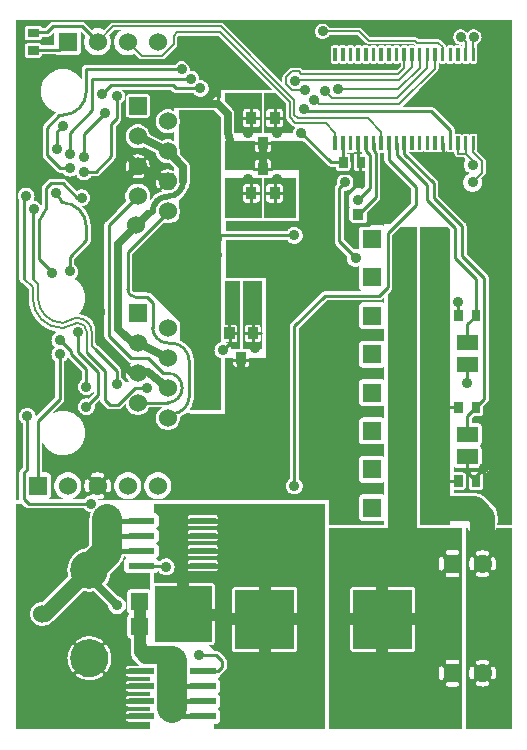
<source format=gbr>
G04 start of page 2 for group 0 idx 0 *
G04 Title: (unknown), component *
G04 Creator: pcb 1.99z *
G04 CreationDate: Wed 12 Jan 2011 19:26:58 GMT UTC *
G04 For: rbarlow *
G04 Format: Gerber/RS-274X *
G04 PCB-Dimensions: 165354 236220 *
G04 PCB-Coordinate-Origin: lower left *
%MOIN*%
%FSLAX25Y25*%
%LNFRONT*%
%ADD11C,0.0200*%
%ADD12C,0.0250*%
%ADD13C,0.0100*%
%ADD14C,0.0216*%
%ADD15C,0.0079*%
%ADD16C,0.0098*%
%ADD17C,0.0150*%
%ADD18C,0.0400*%
%ADD19C,0.0834*%
%ADD20C,0.0984*%
%ADD21C,0.0500*%
%ADD22C,0.0600*%
%ADD23C,0.1260*%
%ADD24C,0.0354*%
%ADD25C,0.0360*%
%ADD26C,0.0360*%
%ADD27R,0.0118X0.0118*%
%ADD28R,0.0283X0.0283*%
%ADD29R,0.0340X0.0340*%
%ADD30R,0.0200X0.0200*%
%ADD31R,0.0510X0.0510*%
%ADD32C,0.0350*%
%ADD33C,0.1280*%
%ADD34C,0.0380*%
%ADD35C,0.0197*%
%ADD36C,0.0300*%
G54D11*G36*
X47468Y190319D02*X47512Y190247D01*
X47920Y189770D01*
X48397Y189362D01*
X48932Y189034D01*
X49512Y188794D01*
X50122Y188647D01*
X50748Y188598D01*
X51374Y188647D01*
X51490Y188675D01*
X52756Y187409D01*
Y186029D01*
X52750Y186036D01*
X52691Y186088D01*
X52625Y186130D01*
X52299Y186285D01*
X51959Y186410D01*
X51610Y186504D01*
X51254Y186566D01*
X50893Y186596D01*
X50532Y186593D01*
X50172Y186557D01*
X49817Y186489D01*
X49469Y186389D01*
X49132Y186258D01*
X48808Y186097D01*
X48743Y186055D01*
X48685Y186002D01*
X48637Y185940D01*
X48598Y185872D01*
X48570Y185799D01*
X48554Y185722D01*
X48551Y185643D01*
X48560Y185565D01*
X48581Y185489D01*
X48613Y185418D01*
X48656Y185352D01*
X48709Y185294D01*
X48771Y185246D01*
X48839Y185207D01*
X48912Y185179D01*
X48989Y185163D01*
X49068Y185160D01*
X49146Y185169D01*
X49222Y185190D01*
X49293Y185222D01*
X49536Y185343D01*
X49789Y185441D01*
X50049Y185516D01*
X50316Y185567D01*
X50586Y185594D01*
X50857Y185597D01*
X51127Y185574D01*
X51394Y185528D01*
X51656Y185457D01*
X51911Y185364D01*
X52156Y185247D01*
X52229Y185217D01*
X52305Y185197D01*
X52383Y185190D01*
X52461Y185195D01*
X52537Y185212D01*
X52610Y185240D01*
X52678Y185280D01*
X52738Y185330D01*
X52756Y185350D01*
Y180262D01*
X52575Y180124D01*
X52439Y180037D01*
X52427D01*
X52349Y180028D01*
X52273Y180007D01*
X52202Y179975D01*
X51959Y179854D01*
X51706Y179756D01*
X51446Y179681D01*
X51179Y179630D01*
X50909Y179603D01*
X50638Y179600D01*
X50368Y179623D01*
X50101Y179669D01*
X49839Y179740D01*
X49584Y179833D01*
X49339Y179950D01*
X49266Y179980D01*
X49190Y180000D01*
X49112Y180007D01*
X49034Y180002D01*
X48958Y179985D01*
X48885Y179957D01*
X48817Y179917D01*
X48757Y179867D01*
X48705Y179808D01*
X48663Y179742D01*
X48632Y179670D01*
X48612Y179594D01*
X48605Y179516D01*
X48610Y179438D01*
X48627Y179362D01*
X48655Y179289D01*
X48686Y179236D01*
X48352Y179130D01*
X47778Y178893D01*
X47468Y178731D01*
Y180452D01*
X47474Y180449D01*
X47547Y180421D01*
X47624Y180405D01*
X47703Y180402D01*
X47781Y180411D01*
X47857Y180432D01*
X47928Y180464D01*
X47994Y180507D01*
X48052Y180560D01*
X48100Y180622D01*
X48139Y180690D01*
X48167Y180763D01*
X48183Y180840D01*
X48186Y180919D01*
X48177Y180997D01*
X48156Y181073D01*
X48124Y181144D01*
X48003Y181387D01*
X47905Y181640D01*
X47830Y181900D01*
X47779Y182167D01*
X47752Y182437D01*
X47749Y182708D01*
X47772Y182978D01*
X47818Y183245D01*
X47889Y183507D01*
X47982Y183762D01*
X48099Y184007D01*
X48129Y184080D01*
X48149Y184156D01*
X48156Y184234D01*
X48151Y184312D01*
X48134Y184388D01*
X48106Y184461D01*
X48066Y184529D01*
X48016Y184589D01*
X47957Y184641D01*
X47891Y184683D01*
X47819Y184714D01*
X47743Y184734D01*
X47665Y184741D01*
X47587Y184736D01*
X47511Y184719D01*
X47468Y184703D01*
Y190319D01*
G37*
G36*
X44027Y193443D02*X46790Y192062D01*
X46797Y191972D01*
X46944Y191362D01*
X47184Y190782D01*
X47468Y190319D01*
Y184703D01*
X47438Y184691D01*
X47370Y184651D01*
X47310Y184601D01*
X47258Y184542D01*
X47216Y184476D01*
X47061Y184150D01*
X46936Y183810D01*
X46842Y183461D01*
X46780Y183105D01*
X46750Y182744D01*
X46753Y182383D01*
X46789Y182023D01*
X46857Y181668D01*
X46957Y181320D01*
X47088Y180983D01*
X47249Y180659D01*
X47291Y180594D01*
X47344Y180536D01*
X47406Y180488D01*
X47468Y180452D01*
Y178731D01*
X47228Y178606D01*
X46704Y178272D01*
X46211Y177894D01*
X45753Y177475D01*
X45334Y177017D01*
X44956Y176524D01*
X44622Y176000D01*
X44602Y175962D01*
X44742Y176300D01*
X44896Y176941D01*
X44948Y177598D01*
X44896Y178255D01*
X44742Y178896D01*
X44490Y179505D01*
X44146Y180067D01*
X44027Y180206D01*
Y185494D01*
X44057Y185506D01*
X44125Y185546D01*
X44185Y185596D01*
X44237Y185655D01*
X44279Y185721D01*
X44434Y186047D01*
X44559Y186387D01*
X44653Y186736D01*
X44715Y187092D01*
X44745Y187453D01*
X44742Y187814D01*
X44706Y188174D01*
X44638Y188529D01*
X44538Y188877D01*
X44407Y189214D01*
X44246Y189538D01*
X44204Y189603D01*
X44151Y189661D01*
X44089Y189709D01*
X44027Y189745D01*
Y193443D01*
G37*
G36*
X40748Y193598D02*X41374Y193647D01*
X41984Y193794D01*
X42564Y194034D01*
X42690Y194112D01*
X44027Y193443D01*
Y189745D01*
X44021Y189748D01*
X43948Y189776D01*
X43871Y189792D01*
X43792Y189795D01*
X43714Y189786D01*
X43638Y189765D01*
X43567Y189733D01*
X43501Y189690D01*
X43443Y189637D01*
X43395Y189575D01*
X43356Y189507D01*
X43328Y189434D01*
X43312Y189357D01*
X43309Y189278D01*
X43318Y189200D01*
X43339Y189124D01*
X43371Y189053D01*
X43492Y188810D01*
X43590Y188557D01*
X43665Y188297D01*
X43716Y188030D01*
X43743Y187760D01*
X43746Y187489D01*
X43723Y187219D01*
X43677Y186952D01*
X43606Y186690D01*
X43513Y186435D01*
X43396Y186190D01*
X43366Y186117D01*
X43346Y186041D01*
X43339Y185963D01*
X43344Y185885D01*
X43361Y185809D01*
X43389Y185736D01*
X43429Y185668D01*
X43479Y185608D01*
X43538Y185556D01*
X43604Y185514D01*
X43676Y185483D01*
X43752Y185463D01*
X43830Y185456D01*
X43908Y185461D01*
X43984Y185478D01*
X44027Y185494D01*
Y180206D01*
X43718Y180568D01*
X43217Y180996D01*
X42655Y181340D01*
X42046Y181592D01*
X41405Y181746D01*
X40748Y181798D01*
Y183602D01*
X40963Y183604D01*
X41323Y183640D01*
X41678Y183708D01*
X42026Y183808D01*
X42363Y183939D01*
X42687Y184100D01*
X42752Y184142D01*
X42810Y184195D01*
X42858Y184257D01*
X42897Y184325D01*
X42925Y184398D01*
X42941Y184475D01*
X42944Y184554D01*
X42935Y184632D01*
X42914Y184708D01*
X42882Y184779D01*
X42839Y184845D01*
X42786Y184903D01*
X42724Y184951D01*
X42656Y184990D01*
X42583Y185018D01*
X42506Y185034D01*
X42427Y185037D01*
X42349Y185028D01*
X42273Y185007D01*
X42202Y184975D01*
X41959Y184854D01*
X41706Y184756D01*
X41446Y184681D01*
X41179Y184630D01*
X40909Y184603D01*
X40748Y184601D01*
Y190596D01*
X40857Y190597D01*
X41127Y190574D01*
X41394Y190528D01*
X41656Y190457D01*
X41911Y190364D01*
X42156Y190247D01*
X42229Y190217D01*
X42305Y190197D01*
X42383Y190190D01*
X42461Y190195D01*
X42537Y190212D01*
X42610Y190240D01*
X42678Y190280D01*
X42738Y190330D01*
X42790Y190389D01*
X42832Y190455D01*
X42863Y190527D01*
X42883Y190603D01*
X42890Y190681D01*
X42885Y190759D01*
X42868Y190835D01*
X42840Y190908D01*
X42800Y190976D01*
X42750Y191036D01*
X42691Y191088D01*
X42625Y191130D01*
X42299Y191285D01*
X41959Y191410D01*
X41610Y191504D01*
X41254Y191566D01*
X40893Y191596D01*
X40748Y191595D01*
Y193598D01*
G37*
G36*
Y213067D02*X51741D01*
X52279Y212529D01*
X52285Y212522D01*
X52464Y212369D01*
X52665Y212246D01*
X52756Y212208D01*
Y206044D01*
X52564Y206162D01*
X51984Y206402D01*
X51374Y206549D01*
X50748Y206598D01*
X50122Y206549D01*
X49512Y206402D01*
X48932Y206162D01*
X48397Y205834D01*
X47920Y205426D01*
X47512Y204949D01*
X47184Y204414D01*
X46944Y203834D01*
X46797Y203224D01*
X46748Y202598D01*
X46797Y201972D01*
X46944Y201362D01*
X47184Y200782D01*
X47512Y200247D01*
X47920Y199770D01*
X48397Y199362D01*
X48932Y199034D01*
X49512Y198794D01*
X50122Y198647D01*
X50748Y198598D01*
X51374Y198647D01*
X51984Y198794D01*
X52564Y199034D01*
X52756Y199152D01*
Y196044D01*
X52564Y196162D01*
X51984Y196402D01*
X51374Y196549D01*
X50748Y196598D01*
X50122Y196549D01*
X49512Y196402D01*
X48932Y196162D01*
X48806Y196085D01*
X44706Y198135D01*
X44699Y198224D01*
X44552Y198834D01*
X44312Y199414D01*
X43984Y199949D01*
X43576Y200426D01*
X43099Y200834D01*
X42564Y201162D01*
X41984Y201402D01*
X41374Y201549D01*
X40748Y201598D01*
Y203604D01*
X43904Y203610D01*
X44057Y203647D01*
X44202Y203707D01*
X44336Y203789D01*
X44455Y203891D01*
X44557Y204010D01*
X44639Y204144D01*
X44699Y204289D01*
X44736Y204442D01*
X44748Y204598D01*
X44736Y210754D01*
X44699Y210907D01*
X44639Y211052D01*
X44557Y211186D01*
X44455Y211305D01*
X44336Y211407D01*
X44202Y211489D01*
X44057Y211549D01*
X43904Y211586D01*
X43748Y211598D01*
X40748Y211592D01*
Y213067D01*
G37*
G36*
X37468Y195319D02*X37512Y195247D01*
X37920Y194770D01*
X38397Y194362D01*
X38932Y194034D01*
X39512Y193794D01*
X40122Y193647D01*
X40748Y193598D01*
Y191595D01*
X40532Y191593D01*
X40172Y191557D01*
X39817Y191489D01*
X39469Y191389D01*
X39132Y191258D01*
X38808Y191097D01*
X38743Y191055D01*
X38685Y191002D01*
X38637Y190940D01*
X38598Y190872D01*
X38570Y190799D01*
X38554Y190722D01*
X38551Y190643D01*
X38560Y190565D01*
X38581Y190489D01*
X38613Y190418D01*
X38656Y190352D01*
X38709Y190294D01*
X38771Y190246D01*
X38839Y190207D01*
X38912Y190179D01*
X38989Y190163D01*
X39068Y190160D01*
X39146Y190169D01*
X39222Y190190D01*
X39293Y190222D01*
X39536Y190343D01*
X39789Y190441D01*
X40049Y190516D01*
X40316Y190567D01*
X40586Y190594D01*
X40748Y190596D01*
Y184601D01*
X40638Y184600D01*
X40368Y184623D01*
X40101Y184669D01*
X39839Y184740D01*
X39584Y184833D01*
X39339Y184950D01*
X39266Y184980D01*
X39190Y185000D01*
X39112Y185007D01*
X39034Y185002D01*
X38958Y184985D01*
X38885Y184957D01*
X38817Y184917D01*
X38757Y184867D01*
X38705Y184808D01*
X38663Y184742D01*
X38632Y184670D01*
X38612Y184594D01*
X38605Y184516D01*
X38610Y184438D01*
X38627Y184362D01*
X38655Y184289D01*
X38695Y184221D01*
X38745Y184161D01*
X38804Y184109D01*
X38870Y184067D01*
X39196Y183912D01*
X39536Y183787D01*
X39885Y183693D01*
X40241Y183631D01*
X40602Y183601D01*
X40748Y183602D01*
Y181798D01*
X40091Y181746D01*
X39450Y181592D01*
X38841Y181340D01*
X38279Y180996D01*
X37778Y180568D01*
X37468Y180205D01*
Y185452D01*
X37474Y185449D01*
X37547Y185421D01*
X37624Y185405D01*
X37703Y185402D01*
X37781Y185411D01*
X37857Y185432D01*
X37928Y185464D01*
X37994Y185507D01*
X38052Y185560D01*
X38100Y185622D01*
X38139Y185690D01*
X38167Y185763D01*
X38183Y185840D01*
X38186Y185919D01*
X38177Y185997D01*
X38156Y186073D01*
X38124Y186144D01*
X38003Y186387D01*
X37905Y186640D01*
X37830Y186900D01*
X37779Y187167D01*
X37752Y187437D01*
X37749Y187708D01*
X37772Y187978D01*
X37818Y188245D01*
X37889Y188507D01*
X37982Y188762D01*
X38099Y189007D01*
X38129Y189080D01*
X38149Y189156D01*
X38156Y189234D01*
X38151Y189312D01*
X38134Y189388D01*
X38106Y189461D01*
X38066Y189529D01*
X38016Y189589D01*
X37957Y189641D01*
X37891Y189683D01*
X37819Y189714D01*
X37743Y189734D01*
X37665Y189741D01*
X37587Y189736D01*
X37511Y189719D01*
X37468Y189703D01*
Y195319D01*
G37*
G36*
Y203640D02*X37592Y203610D01*
X37748Y203598D01*
X40748Y203604D01*
Y201598D01*
X40122Y201549D01*
X39512Y201402D01*
X38932Y201162D01*
X38397Y200834D01*
X37920Y200426D01*
X37512Y199949D01*
X37468Y199877D01*
Y203640D01*
G37*
G36*
Y213067D02*X40748D01*
Y211592D01*
X37592Y211586D01*
X37468Y211556D01*
Y213067D01*
G37*
G36*
X0Y216141D02*X9267D01*
X9155Y215958D01*
X8710Y214885D01*
X8439Y213756D01*
X8348Y212598D01*
X8439Y211440D01*
X8710Y210311D01*
X9155Y209238D01*
X9761Y208248D01*
X10515Y207365D01*
X11398Y206611D01*
X12388Y206005D01*
X13343Y205609D01*
X9520Y201404D01*
X9473Y201343D01*
X9416Y201276D01*
X9392Y201237D01*
X9377Y201217D01*
X9349Y201166D01*
X9293Y201075D01*
X9276Y201035D01*
X9263Y201011D01*
X9245Y200960D01*
X9202Y200858D01*
X9189Y200804D01*
X9184Y200790D01*
X9178Y200758D01*
X9147Y200629D01*
X9143Y200572D01*
X9140Y200558D01*
X9139Y200515D01*
X9129Y200394D01*
Y191339D01*
X9148Y191104D01*
X9203Y190875D01*
X9293Y190658D01*
X9416Y190457D01*
X9569Y190278D01*
X9576Y190272D01*
X13894Y185954D01*
X13900Y185947D01*
X14079Y185794D01*
X14280Y185671D01*
X14497Y185581D01*
X14726Y185526D01*
X14961Y185508D01*
X15756D01*
X15845Y185362D01*
X16130Y185028D01*
X16464Y184743D01*
X16839Y184513D01*
X17245Y184345D01*
X17672Y184242D01*
X18110Y184208D01*
X18548Y184242D01*
X18975Y184345D01*
X19381Y184513D01*
X19756Y184743D01*
X20090Y185028D01*
X20142Y185088D01*
X20172Y184962D01*
X20340Y184556D01*
X20570Y184181D01*
X20855Y183847D01*
X21189Y183562D01*
X21564Y183332D01*
X21970Y183164D01*
X22397Y183061D01*
X22835Y183027D01*
X23273Y183061D01*
X23700Y183164D01*
X24106Y183332D01*
X24481Y183562D01*
X24815Y183847D01*
X25100Y184181D01*
X25190Y184327D01*
X26772D01*
X27007Y184345D01*
X27236Y184400D01*
X27453Y184490D01*
X27654Y184613D01*
X27833Y184766D01*
X27845Y184780D01*
X32937Y189872D01*
X32951Y189884D01*
X33104Y190063D01*
X33227Y190264D01*
X33317Y190481D01*
X33372Y190710D01*
X33390Y190945D01*
Y201152D01*
X34708Y202470D01*
X34722Y202482D01*
X34875Y202661D01*
X34998Y202862D01*
X35088Y203079D01*
X35143Y203308D01*
X35161Y203543D01*
Y208669D01*
X35307Y208759D01*
X35641Y209044D01*
X35926Y209378D01*
X36156Y209753D01*
X36324Y210159D01*
X36427Y210586D01*
X36461Y211024D01*
X36427Y211462D01*
X36324Y211889D01*
X36156Y212295D01*
X35926Y212670D01*
X35641Y213004D01*
X35567Y213067D01*
X37468D01*
Y211556D01*
X37439Y211549D01*
X37294Y211489D01*
X37160Y211407D01*
X37041Y211305D01*
X36939Y211186D01*
X36857Y211052D01*
X36797Y210907D01*
X36760Y210754D01*
X36748Y210598D01*
X36760Y204442D01*
X36797Y204289D01*
X36857Y204144D01*
X36939Y204010D01*
X37041Y203891D01*
X37160Y203789D01*
X37294Y203707D01*
X37439Y203647D01*
X37468Y203640D01*
Y199877D01*
X37184Y199414D01*
X36944Y198834D01*
X36797Y198224D01*
X36748Y197598D01*
X36797Y196972D01*
X36944Y196362D01*
X37184Y195782D01*
X37468Y195319D01*
Y189703D01*
X37438Y189691D01*
X37370Y189651D01*
X37310Y189601D01*
X37258Y189542D01*
X37216Y189476D01*
X37061Y189150D01*
X36936Y188810D01*
X36842Y188461D01*
X36780Y188105D01*
X36750Y187744D01*
X36753Y187383D01*
X36789Y187023D01*
X36857Y186668D01*
X36957Y186320D01*
X37088Y185983D01*
X37249Y185659D01*
X37291Y185594D01*
X37344Y185536D01*
X37406Y185488D01*
X37468Y185452D01*
Y180205D01*
X37350Y180067D01*
X37006Y179505D01*
X36754Y178896D01*
X36600Y178255D01*
X36548Y177598D01*
X36600Y176941D01*
X36754Y176300D01*
X36909Y175926D01*
X31364Y170472D01*
X24593D01*
X24532Y170664D01*
X24206Y171452D01*
X23813Y172207D01*
X23355Y172926D01*
X22836Y173602D01*
X22261Y174231D01*
X22109Y174370D01*
X22485Y174399D01*
X22912Y174502D01*
X23318Y174670D01*
X23693Y174900D01*
X24027Y175185D01*
X24312Y175519D01*
X24542Y175894D01*
X24710Y176300D01*
X24813Y176727D01*
X24847Y177165D01*
X24813Y177603D01*
X24710Y178030D01*
X24542Y178436D01*
X24312Y178811D01*
X24027Y179145D01*
X23693Y179430D01*
X23318Y179660D01*
X22912Y179828D01*
X22485Y179931D01*
X22047Y179965D01*
X21609Y179931D01*
X21182Y179828D01*
X20776Y179660D01*
X20401Y179430D01*
X20362Y179397D01*
X16815Y182944D01*
X16809Y182951D01*
X16630Y183104D01*
X16429Y183227D01*
X16212Y183317D01*
X15983Y183372D01*
X15749Y183390D01*
X11811D01*
X11576Y183372D01*
X11347Y183317D01*
X11130Y183227D01*
X10929Y183104D01*
X10750Y182951D01*
X9175Y181376D01*
X9022Y181197D01*
X8899Y180996D01*
X8808Y180779D01*
X8753Y180550D01*
X8735Y180315D01*
Y174593D01*
X8563Y174873D01*
X8278Y175207D01*
X7944Y175492D01*
X7570Y175722D01*
X7164Y175890D01*
X6737Y175993D01*
X6299Y176027D01*
X5861Y175993D01*
X5666Y175946D01*
X5807Y176111D01*
X6037Y176485D01*
X6205Y176891D01*
X6308Y177318D01*
X6342Y177756D01*
X6308Y178194D01*
X6205Y178621D01*
X6037Y179027D01*
X5807Y179401D01*
X5522Y179735D01*
X5188Y180020D01*
X4814Y180250D01*
X4408Y180418D01*
X3981Y180521D01*
X3543Y180555D01*
X3105Y180521D01*
X2678Y180418D01*
X2272Y180250D01*
X1898Y180020D01*
X1564Y179735D01*
X1279Y179401D01*
X1049Y179027D01*
X881Y178621D01*
X778Y178194D01*
X744Y177756D01*
X778Y177318D01*
X881Y176891D01*
X1049Y176485D01*
X1255Y176150D01*
Y170472D01*
X0D01*
Y216141D01*
G37*
G36*
X78580Y183662D02*X82087D01*
Y170276D01*
X78580D01*
Y175518D01*
X80452Y175525D01*
X80620Y175565D01*
X80779Y175631D01*
X80927Y175721D01*
X81058Y175833D01*
X81170Y175964D01*
X81260Y176112D01*
X81326Y176271D01*
X81366Y176439D01*
X81380Y176611D01*
X81366Y180783D01*
X81326Y180951D01*
X81260Y181110D01*
X81170Y181258D01*
X81058Y181389D01*
X80927Y181501D01*
X80779Y181591D01*
X80620Y181657D01*
X80452Y181697D01*
X80280Y181711D01*
X78580Y181704D01*
Y183662D01*
G37*
G36*
X69724D02*X78580D01*
Y181704D01*
X76708Y181697D01*
X76540Y181657D01*
X76381Y181591D01*
X76233Y181501D01*
X76102Y181389D01*
X75990Y181258D01*
X75900Y181110D01*
X75834Y180951D01*
X75794Y180783D01*
X75780Y180611D01*
X75794Y176439D01*
X75834Y176271D01*
X75900Y176112D01*
X75990Y175964D01*
X76102Y175833D01*
X76233Y175721D01*
X76381Y175631D01*
X76540Y175565D01*
X76708Y175525D01*
X76880Y175511D01*
X78580Y175518D01*
Y170276D01*
X69724D01*
Y183662D01*
G37*
G36*
X86380D02*X93504D01*
Y170276D01*
X86380D01*
Y175518D01*
X88252Y175525D01*
X88420Y175565D01*
X88579Y175631D01*
X88727Y175721D01*
X88858Y175833D01*
X88970Y175964D01*
X89060Y176112D01*
X89126Y176271D01*
X89166Y176439D01*
X89180Y176611D01*
X89166Y180783D01*
X89126Y180951D01*
X89060Y181110D01*
X88970Y181258D01*
X88858Y181389D01*
X88727Y181501D01*
X88579Y181591D01*
X88420Y181657D01*
X88252Y181697D01*
X88080Y181711D01*
X86380Y181704D01*
Y183662D01*
G37*
G36*
X82913D02*X86380D01*
Y181704D01*
X84508Y181697D01*
X84340Y181657D01*
X84181Y181591D01*
X84033Y181501D01*
X83902Y181389D01*
X83790Y181258D01*
X83700Y181110D01*
X83634Y180951D01*
X83594Y180783D01*
X83580Y180611D01*
X83594Y176439D01*
X83634Y176271D01*
X83700Y176112D01*
X83790Y175964D01*
X83902Y175833D01*
X84033Y175721D01*
X84181Y175631D01*
X84340Y175565D01*
X84508Y175525D01*
X84680Y175511D01*
X86380Y175518D01*
Y170276D01*
X82913D01*
Y183662D01*
G37*
G36*
X50787Y207480D02*Y212992D01*
X51816D01*
X52279Y212529D01*
X52285Y212522D01*
X52464Y212369D01*
X52665Y212246D01*
X52882Y212156D01*
X53111Y212101D01*
X53346Y212083D01*
X59259D01*
X59349Y211937D01*
X59634Y211603D01*
X59968Y211318D01*
X60343Y211088D01*
X60749Y210920D01*
X61176Y210817D01*
X61614Y210783D01*
X62052Y210817D01*
X62479Y210920D01*
X62885Y211088D01*
X63260Y211318D01*
X63594Y211603D01*
X63879Y211937D01*
X64109Y212312D01*
X64277Y212718D01*
X64343Y212992D01*
X68504D01*
Y210371D01*
X68345Y210469D01*
X68019Y210604D01*
X67676Y210687D01*
X67324Y210714D01*
X66972Y210687D01*
X66629Y210604D01*
X66302Y210469D01*
X66001Y210285D01*
X65733Y210056D01*
X65504Y209788D01*
X65319Y209487D01*
X65184Y209161D01*
X65101Y208818D01*
X65074Y208466D01*
X65101Y208114D01*
X65184Y207771D01*
X65304Y207480D01*
X50787D01*
G37*
G36*
X0Y236220D02*X165354D01*
Y212992D01*
X134348D01*
X140639Y219283D01*
X140760Y219423D01*
X140857Y219581D01*
X140928Y219753D01*
X140972Y219933D01*
X140986Y220118D01*
X140985Y220131D01*
Y222099D01*
X141033Y222155D01*
X141083Y222238D01*
X141134Y222155D01*
X141215Y222061D01*
X141309Y221980D01*
X141414Y221916D01*
X141528Y221869D01*
X141649Y221840D01*
X141772Y221830D01*
X143077Y221840D01*
X143198Y221869D01*
X143312Y221916D01*
X143417Y221980D01*
X143511Y222061D01*
X143592Y222155D01*
X143642Y222238D01*
X143693Y222155D01*
X143774Y222061D01*
X143868Y221980D01*
X143973Y221916D01*
X144087Y221869D01*
X144208Y221840D01*
X144331Y221830D01*
X145636Y221840D01*
X145757Y221869D01*
X145871Y221916D01*
X145976Y221980D01*
X146070Y222061D01*
X146151Y222155D01*
X146201Y222238D01*
X146252Y222155D01*
X146333Y222061D01*
X146427Y221980D01*
X146532Y221916D01*
X146646Y221869D01*
X146767Y221840D01*
X146890Y221830D01*
X148195Y221840D01*
X148316Y221869D01*
X148430Y221916D01*
X148535Y221980D01*
X148629Y222061D01*
X148710Y222155D01*
X148760Y222238D01*
X148811Y222155D01*
X148892Y222061D01*
X148986Y221980D01*
X149091Y221916D01*
X149205Y221869D01*
X149326Y221840D01*
X149449Y221830D01*
X150754Y221840D01*
X150875Y221869D01*
X150989Y221916D01*
X151094Y221980D01*
X151188Y222061D01*
X151269Y222155D01*
X151319Y222238D01*
X151370Y222155D01*
X151451Y222061D01*
X151545Y221980D01*
X151650Y221916D01*
X151764Y221869D01*
X151885Y221840D01*
X152008Y221830D01*
X153313Y221840D01*
X153434Y221869D01*
X153548Y221916D01*
X153653Y221980D01*
X153747Y222061D01*
X153828Y222155D01*
X153892Y222260D01*
X153939Y222374D01*
X153968Y222495D01*
X153978Y222618D01*
X153968Y227269D01*
X153939Y227390D01*
X153892Y227504D01*
X153828Y227609D01*
X153780Y227665D01*
Y228371D01*
X153918Y228428D01*
X154260Y228638D01*
X154565Y228899D01*
X154826Y229204D01*
X155036Y229546D01*
X155190Y229917D01*
X155283Y230308D01*
X155315Y230708D01*
X155283Y231108D01*
X155190Y231499D01*
X155036Y231870D01*
X154826Y232212D01*
X154565Y232517D01*
X154260Y232778D01*
X153918Y232988D01*
X153547Y233142D01*
X153156Y233235D01*
X152756Y233267D01*
X152356Y233235D01*
X151965Y233142D01*
X151594Y232988D01*
X151252Y232778D01*
X150947Y232517D01*
X150686Y232212D01*
X150590Y232056D01*
X150495Y232212D01*
X150234Y232517D01*
X149929Y232778D01*
X149587Y232988D01*
X149216Y233142D01*
X148825Y233235D01*
X148425Y233267D01*
X148025Y233235D01*
X147634Y233142D01*
X147263Y232988D01*
X146921Y232778D01*
X146616Y232517D01*
X146355Y232212D01*
X146145Y231870D01*
X145991Y231499D01*
X145898Y231108D01*
X145866Y230708D01*
X145898Y230308D01*
X145991Y229917D01*
X146145Y229546D01*
X146355Y229204D01*
X146616Y228899D01*
X146921Y228638D01*
X147263Y228428D01*
X147634Y228274D01*
X148025Y228181D01*
X148425Y228149D01*
X148825Y228181D01*
X148858Y228189D01*
Y227664D01*
X148811Y227609D01*
X148761Y227526D01*
X148710Y227609D01*
X148629Y227703D01*
X148535Y227784D01*
X148430Y227848D01*
X148316Y227895D01*
X148195Y227924D01*
X148072Y227934D01*
X146767Y227924D01*
X146646Y227895D01*
X146532Y227848D01*
X146427Y227784D01*
X146333Y227703D01*
X146252Y227609D01*
X146202Y227526D01*
X146151Y227609D01*
X146070Y227703D01*
X145976Y227784D01*
X145871Y227848D01*
X145757Y227895D01*
X145636Y227924D01*
X145513Y227934D01*
X144208Y227924D01*
X144087Y227895D01*
X143973Y227848D01*
X143868Y227784D01*
X143774Y227703D01*
X143693Y227609D01*
X143643Y227526D01*
X143592Y227609D01*
X143511Y227703D01*
X143463Y227744D01*
X143415Y227859D01*
X143318Y228017D01*
X143198Y228158D01*
X141787Y229569D01*
X141781Y229576D01*
X141640Y229696D01*
X141482Y229793D01*
X141361Y229843D01*
X141311Y229864D01*
X141131Y229907D01*
X140946Y229922D01*
X134347D01*
X133913Y230356D01*
X133907Y230363D01*
X133766Y230483D01*
X133608Y230580D01*
X133487Y230630D01*
X133437Y230651D01*
X133257Y230694D01*
X133072Y230709D01*
X118206D01*
X115402Y233513D01*
X115262Y233632D01*
X115104Y233729D01*
X114933Y233801D01*
X114753Y233844D01*
X114568Y233859D01*
X114556Y233858D01*
X104630D01*
X104432Y234181D01*
X104171Y234486D01*
X103866Y234747D01*
X103524Y234957D01*
X103153Y235111D01*
X102762Y235204D01*
X102362Y235236D01*
X101962Y235204D01*
X101571Y235111D01*
X101200Y234957D01*
X100858Y234747D01*
X100553Y234486D01*
X100292Y234181D01*
X100082Y233839D01*
X99928Y233468D01*
X99835Y233077D01*
X99803Y232677D01*
X99835Y232277D01*
X99928Y231886D01*
X100082Y231515D01*
X100292Y231173D01*
X100553Y230868D01*
X100858Y230607D01*
X101200Y230397D01*
X101571Y230243D01*
X101962Y230150D01*
X102362Y230118D01*
X102762Y230150D01*
X103153Y230243D01*
X103524Y230397D01*
X103866Y230607D01*
X104171Y230868D01*
X104432Y231173D01*
X104631Y231497D01*
X114076D01*
X116881Y228692D01*
X117023Y228571D01*
X117181Y228474D01*
X117353Y228403D01*
X117533Y228360D01*
X117718Y228345D01*
X117730Y228346D01*
X132581D01*
X133022Y227905D01*
X133121Y227820D01*
X133076Y227848D01*
X132962Y227895D01*
X132841Y227924D01*
X132718Y227934D01*
X131413Y227924D01*
X131292Y227895D01*
X131178Y227848D01*
X131073Y227784D01*
X130979Y227703D01*
X130898Y227609D01*
X130848Y227526D01*
X130797Y227609D01*
X130716Y227703D01*
X130622Y227784D01*
X130517Y227848D01*
X130403Y227895D01*
X130282Y227924D01*
X130159Y227934D01*
X128854Y227924D01*
X128733Y227895D01*
X128619Y227848D01*
X128514Y227784D01*
X128420Y227703D01*
X128339Y227609D01*
X128289Y227526D01*
X128238Y227609D01*
X128157Y227703D01*
X128063Y227784D01*
X127958Y227848D01*
X127844Y227895D01*
X127723Y227924D01*
X127600Y227934D01*
X126295Y227924D01*
X126174Y227895D01*
X126060Y227848D01*
X125955Y227784D01*
X125861Y227703D01*
X125780Y227609D01*
X125730Y227526D01*
X125679Y227609D01*
X125598Y227703D01*
X125504Y227784D01*
X125399Y227848D01*
X125285Y227895D01*
X125164Y227924D01*
X125041Y227934D01*
X123736Y227924D01*
X123615Y227895D01*
X123501Y227848D01*
X123396Y227784D01*
X123302Y227703D01*
X123221Y227609D01*
X123171Y227526D01*
X123120Y227609D01*
X123039Y227703D01*
X122945Y227784D01*
X122840Y227848D01*
X122726Y227895D01*
X122605Y227924D01*
X122482Y227934D01*
X121177Y227924D01*
X121056Y227895D01*
X120942Y227848D01*
X120837Y227784D01*
X120743Y227703D01*
X120662Y227609D01*
X120612Y227526D01*
X120561Y227609D01*
X120480Y227703D01*
X120386Y227784D01*
X120281Y227848D01*
X120167Y227895D01*
X120046Y227924D01*
X119923Y227934D01*
X118618Y227924D01*
X118497Y227895D01*
X118383Y227848D01*
X118278Y227784D01*
X118184Y227703D01*
X118103Y227609D01*
X118053Y227526D01*
X118002Y227609D01*
X117921Y227703D01*
X117827Y227784D01*
X117722Y227848D01*
X117608Y227895D01*
X117487Y227924D01*
X117364Y227934D01*
X116059Y227924D01*
X115938Y227895D01*
X115824Y227848D01*
X115719Y227784D01*
X115625Y227703D01*
X115544Y227609D01*
X115494Y227526D01*
X115443Y227609D01*
X115362Y227703D01*
X115268Y227784D01*
X115163Y227848D01*
X115049Y227895D01*
X114928Y227924D01*
X114805Y227934D01*
X113500Y227924D01*
X113379Y227895D01*
X113265Y227848D01*
X113160Y227784D01*
X113066Y227703D01*
X112985Y227609D01*
X112935Y227526D01*
X112884Y227609D01*
X112803Y227703D01*
X112709Y227784D01*
X112604Y227848D01*
X112490Y227895D01*
X112369Y227924D01*
X112246Y227934D01*
X110941Y227924D01*
X110820Y227895D01*
X110706Y227848D01*
X110601Y227784D01*
X110507Y227703D01*
X110426Y227609D01*
X110376Y227526D01*
X110325Y227609D01*
X110244Y227703D01*
X110150Y227784D01*
X110045Y227848D01*
X109931Y227895D01*
X109810Y227924D01*
X109687Y227934D01*
X108382Y227924D01*
X108261Y227895D01*
X108147Y227848D01*
X108042Y227784D01*
X107948Y227703D01*
X107867Y227609D01*
X107816Y227526D01*
X107766Y227609D01*
X107685Y227703D01*
X107591Y227784D01*
X107486Y227848D01*
X107372Y227895D01*
X107251Y227924D01*
X107128Y227934D01*
X105823Y227924D01*
X105702Y227895D01*
X105588Y227848D01*
X105483Y227784D01*
X105389Y227703D01*
X105308Y227609D01*
X105244Y227504D01*
X105197Y227390D01*
X105168Y227269D01*
X105158Y227146D01*
X105168Y222495D01*
X105197Y222374D01*
X105244Y222260D01*
X105308Y222155D01*
X105389Y222061D01*
X105483Y221980D01*
X105588Y221916D01*
X105702Y221869D01*
X105823Y221840D01*
X105946Y221830D01*
X107251Y221840D01*
X107372Y221869D01*
X107486Y221916D01*
X107591Y221980D01*
X107685Y222061D01*
X107766Y222155D01*
X107817Y222238D01*
X107867Y222155D01*
X107948Y222061D01*
X108042Y221980D01*
X108147Y221916D01*
X108261Y221869D01*
X108382Y221840D01*
X108505Y221830D01*
X109810Y221840D01*
X109931Y221869D01*
X110045Y221916D01*
X110150Y221980D01*
X110244Y222061D01*
X110325Y222155D01*
X110375Y222238D01*
X110426Y222155D01*
X110507Y222061D01*
X110601Y221980D01*
X110706Y221916D01*
X110820Y221869D01*
X110941Y221840D01*
X111064Y221830D01*
X112369Y221840D01*
X112490Y221869D01*
X112604Y221916D01*
X112709Y221980D01*
X112803Y222061D01*
X112884Y222155D01*
X112934Y222238D01*
X112985Y222155D01*
X113066Y222061D01*
X113160Y221980D01*
X113265Y221916D01*
X113379Y221869D01*
X113500Y221840D01*
X113623Y221830D01*
X114928Y221840D01*
X115049Y221869D01*
X115163Y221916D01*
X115268Y221980D01*
X115362Y222061D01*
X115443Y222155D01*
X115493Y222238D01*
X115544Y222155D01*
X115625Y222061D01*
X115719Y221980D01*
X115824Y221916D01*
X115938Y221869D01*
X116059Y221840D01*
X116182Y221830D01*
X117487Y221840D01*
X117608Y221869D01*
X117722Y221916D01*
X117827Y221980D01*
X117921Y222061D01*
X118002Y222155D01*
X118052Y222238D01*
X118103Y222155D01*
X118184Y222061D01*
X118278Y221980D01*
X118383Y221916D01*
X118497Y221869D01*
X118618Y221840D01*
X118741Y221830D01*
X120046Y221840D01*
X120167Y221869D01*
X120281Y221916D01*
X120386Y221980D01*
X120480Y222061D01*
X120561Y222155D01*
X120611Y222238D01*
X120662Y222155D01*
X120743Y222061D01*
X120837Y221980D01*
X120942Y221916D01*
X121056Y221869D01*
X121177Y221840D01*
X121300Y221830D01*
X122605Y221840D01*
X122726Y221869D01*
X122840Y221916D01*
X122945Y221980D01*
X123039Y222061D01*
X123120Y222155D01*
X123170Y222238D01*
X123221Y222155D01*
X123302Y222061D01*
X123396Y221980D01*
X123501Y221916D01*
X123615Y221869D01*
X123736Y221840D01*
X123859Y221830D01*
X125164Y221840D01*
X125285Y221869D01*
X125399Y221916D01*
X125504Y221980D01*
X125598Y222061D01*
X125679Y222155D01*
X125729Y222238D01*
X125780Y222155D01*
X125861Y222061D01*
X125955Y221980D01*
X126060Y221916D01*
X126174Y221869D01*
X126295Y221840D01*
X126418Y221830D01*
X127723Y221840D01*
X127844Y221869D01*
X127958Y221916D01*
X128063Y221980D01*
X128157Y222061D01*
X128238Y222155D01*
X128288Y222238D01*
X128339Y222155D01*
X128387Y222099D01*
Y221003D01*
X127069Y219685D01*
X95765D01*
X95323Y220127D01*
X95183Y220246D01*
X95025Y220343D01*
X94854Y220415D01*
X94674Y220458D01*
X94489Y220473D01*
X94477Y220472D01*
X92139D01*
X92126Y220473D01*
X91941Y220459D01*
X91761Y220415D01*
X91589Y220344D01*
X91431Y220247D01*
X91290Y220127D01*
X89321Y218158D01*
X89202Y218016D01*
X89105Y217858D01*
X89034Y217687D01*
X88991Y217507D01*
X88976Y217322D01*
Y215450D01*
X69339Y235086D01*
X69199Y235205D01*
X69041Y235302D01*
X68870Y235374D01*
X68690Y235417D01*
X68505Y235432D01*
X68493Y235431D01*
X32454Y235432D01*
X32441Y235433D01*
X32256Y235419D01*
X32076Y235375D01*
X31904Y235304D01*
X31746Y235207D01*
X31605Y235087D01*
X29549Y233031D01*
X29366Y233143D01*
X28714Y233413D01*
X28027Y233578D01*
X27323Y233633D01*
X26619Y233578D01*
X25932Y233413D01*
X25389Y233188D01*
X23272Y235305D01*
X23266Y235312D01*
X23087Y235465D01*
X22886Y235588D01*
X22669Y235679D01*
X22440Y235734D01*
X22205Y235752D01*
X12598D01*
X12363Y235733D01*
X12134Y235678D01*
X11917Y235588D01*
X11716Y235465D01*
X11537Y235312D01*
X9972Y233747D01*
X8748D01*
X8742Y233770D01*
X8683Y233913D01*
X8602Y234044D01*
X8502Y234162D01*
X8384Y234262D01*
X8253Y234343D01*
X8110Y234402D01*
X7960Y234438D01*
X7806Y234450D01*
X3852Y234438D01*
X3702Y234402D01*
X3559Y234343D01*
X3428Y234262D01*
X3310Y234162D01*
X3210Y234044D01*
X3129Y233913D01*
X3070Y233770D01*
X3034Y233620D01*
X3022Y233466D01*
X3034Y230480D01*
X3070Y230330D01*
X3129Y230187D01*
X3210Y230056D01*
X3310Y229938D01*
X3428Y229838D01*
X3559Y229757D01*
X3702Y229698D01*
X3852Y229662D01*
X4006Y229650D01*
X7960Y229662D01*
X8110Y229698D01*
X8253Y229757D01*
X8384Y229838D01*
X8502Y229938D01*
X8602Y230056D01*
X8683Y230187D01*
X8742Y230330D01*
X8778Y230480D01*
X8790Y230634D01*
Y230747D01*
X10594D01*
X10829Y230765D01*
X11058Y230820D01*
X11275Y230910D01*
X11476Y231033D01*
X11655Y231186D01*
X11667Y231200D01*
X12843Y232376D01*
X12841Y232368D01*
X12823Y232133D01*
X12835Y227914D01*
X8747D01*
X8742Y227936D01*
X8683Y228079D01*
X8602Y228210D01*
X8502Y228328D01*
X8384Y228428D01*
X8253Y228509D01*
X8110Y228568D01*
X7960Y228604D01*
X7806Y228616D01*
X3852Y228604D01*
X3702Y228568D01*
X3559Y228509D01*
X3428Y228428D01*
X3310Y228328D01*
X3210Y228210D01*
X3129Y228079D01*
X3070Y227936D01*
X3034Y227786D01*
X3022Y227632D01*
X3034Y224646D01*
X3070Y224496D01*
X3129Y224353D01*
X3210Y224222D01*
X3310Y224104D01*
X3428Y224004D01*
X3559Y223923D01*
X3702Y223864D01*
X3852Y223828D01*
X4006Y223816D01*
X7960Y223828D01*
X8110Y223864D01*
X8253Y223923D01*
X8384Y224004D01*
X8502Y224104D01*
X8602Y224222D01*
X8683Y224353D01*
X8742Y224496D01*
X8778Y224646D01*
X8790Y224800D01*
Y224913D01*
X13451D01*
X13642Y224796D01*
X13859Y224706D01*
X14088Y224651D01*
X14323Y224633D01*
X20558Y224651D01*
X20787Y224706D01*
X21004Y224796D01*
X21205Y224919D01*
X21384Y225072D01*
X21537Y225251D01*
X21660Y225452D01*
X21750Y225669D01*
X21805Y225898D01*
X21823Y226133D01*
X21805Y232368D01*
X21754Y232581D01*
X23268Y231067D01*
X23043Y230524D01*
X22878Y229837D01*
X22823Y229133D01*
X22878Y228429D01*
X23043Y227742D01*
X23313Y227090D01*
X23682Y226488D01*
X24141Y225951D01*
X24678Y225492D01*
X25280Y225123D01*
X25932Y224853D01*
X26619Y224688D01*
X27323Y224633D01*
X28027Y224688D01*
X28714Y224853D01*
X29366Y225123D01*
X29968Y225492D01*
X30505Y225951D01*
X30964Y226488D01*
X31333Y227090D01*
X31603Y227742D01*
X31768Y228429D01*
X31823Y229133D01*
X31768Y229837D01*
X31603Y230524D01*
X31333Y231176D01*
X31220Y231360D01*
X32931Y233071D01*
X35162D01*
X34678Y232774D01*
X34141Y232315D01*
X33682Y231778D01*
X33313Y231176D01*
X33043Y230524D01*
X32878Y229837D01*
X32823Y229133D01*
X32878Y228429D01*
X33043Y227742D01*
X33313Y227090D01*
X33682Y226488D01*
X34141Y225951D01*
X34678Y225492D01*
X35280Y225123D01*
X35932Y224853D01*
X36619Y224688D01*
X37323Y224633D01*
X38027Y224688D01*
X38714Y224853D01*
X39366Y225123D01*
X39550Y225235D01*
X41211Y223574D01*
X41353Y223453D01*
X41511Y223356D01*
X41683Y223285D01*
X41863Y223242D01*
X42048Y223227D01*
X42060Y223228D01*
X48819D01*
X49004Y223243D01*
X49184Y223286D01*
X49355Y223357D01*
X49513Y223454D01*
X49654Y223574D01*
X53591Y227511D01*
X53712Y227651D01*
X53809Y227809D01*
X53880Y227981D01*
X53924Y228161D01*
X53938Y228346D01*
X53937Y228359D01*
Y230613D01*
X54427Y231103D01*
X67619D01*
X85729Y212992D01*
X64343D01*
X64380Y213145D01*
X64414Y213583D01*
X64380Y214021D01*
X64277Y214448D01*
X64109Y214854D01*
X63879Y215229D01*
X63594Y215563D01*
X63260Y215848D01*
X62885Y216078D01*
X62479Y216246D01*
X62052Y216349D01*
X61614Y216383D01*
X61236Y216354D01*
X61265Y216732D01*
X61231Y217170D01*
X61128Y217597D01*
X60960Y218003D01*
X60730Y218378D01*
X60445Y218712D01*
X60111Y218997D01*
X59736Y219227D01*
X59330Y219395D01*
X58903Y219498D01*
X58465Y219532D01*
X58086Y219503D01*
X58115Y219882D01*
X58081Y220320D01*
X57978Y220747D01*
X57810Y221153D01*
X57580Y221528D01*
X57295Y221862D01*
X56961Y222147D01*
X56586Y222377D01*
X56180Y222545D01*
X55753Y222648D01*
X55315Y222682D01*
X54877Y222648D01*
X54450Y222545D01*
X54044Y222377D01*
X53669Y222147D01*
X53335Y221862D01*
X53050Y221528D01*
X52960Y221382D01*
X23622D01*
X23387Y221364D01*
X23158Y221309D01*
X22941Y221219D01*
X22740Y221096D01*
X22561Y220943D01*
X22408Y220764D01*
X22285Y220563D01*
X22195Y220346D01*
X22140Y220117D01*
X22122Y219882D01*
X22130Y219778D01*
Y216303D01*
X21735Y216948D01*
X20981Y217831D01*
X20098Y218585D01*
X19108Y219191D01*
X18035Y219636D01*
X16906Y219907D01*
X15748Y219998D01*
X14590Y219907D01*
X13461Y219636D01*
X12388Y219191D01*
X11398Y218585D01*
X10515Y217831D01*
X9761Y216948D01*
X9155Y215958D01*
X8710Y214885D01*
X8439Y213756D01*
X8379Y212992D01*
X0D01*
Y236220D01*
G37*
G36*
X82046Y212008D02*Y198622D01*
X78580D01*
Y200579D01*
X80452Y200586D01*
X80620Y200626D01*
X80779Y200692D01*
X80927Y200782D01*
X81058Y200894D01*
X81170Y201025D01*
X81260Y201173D01*
X81326Y201332D01*
X81366Y201500D01*
X81380Y201672D01*
X81366Y205844D01*
X81326Y206012D01*
X81260Y206171D01*
X81170Y206319D01*
X81058Y206450D01*
X80927Y206562D01*
X80779Y206652D01*
X80620Y206718D01*
X80452Y206758D01*
X80280Y206772D01*
X78580Y206765D01*
Y212008D01*
X82046D01*
G37*
G36*
X78580Y198622D02*X72919D01*
Y205119D01*
X72892Y205471D01*
X72810Y205815D01*
X72675Y206141D01*
X72490Y206442D01*
X72261Y206711D01*
X72241Y206728D01*
X69684Y209285D01*
Y212008D01*
X78580D01*
Y206765D01*
X76708Y206758D01*
X76540Y206718D01*
X76381Y206652D01*
X76233Y206562D01*
X76102Y206450D01*
X75990Y206319D01*
X75900Y206171D01*
X75834Y206012D01*
X75794Y205844D01*
X75780Y205672D01*
X75794Y201500D01*
X75834Y201332D01*
X75900Y201173D01*
X75990Y201025D01*
X76102Y200894D01*
X76233Y200782D01*
X76381Y200692D01*
X76540Y200626D01*
X76708Y200586D01*
X76880Y200572D01*
X78580Y200579D01*
Y198622D01*
G37*
G36*
X86380Y212008D02*X86713D01*
X90158Y208563D01*
Y203937D01*
X90159Y203922D01*
X90172Y203754D01*
X90215Y203573D01*
X90286Y203402D01*
X90383Y203244D01*
X90503Y203103D01*
X92471Y201134D01*
X92472D01*
Y201133D01*
X92613Y201013D01*
X92771Y200916D01*
X92942Y200845D01*
X93122Y200802D01*
X93288Y200789D01*
X93011Y200464D01*
X92781Y200089D01*
X92613Y199683D01*
X92510Y199256D01*
X92476Y198818D01*
X92491Y198622D01*
X86380D01*
Y200579D01*
X88252Y200586D01*
X88420Y200626D01*
X88579Y200692D01*
X88727Y200782D01*
X88858Y200894D01*
X88970Y201025D01*
X89060Y201173D01*
X89126Y201332D01*
X89166Y201500D01*
X89180Y201672D01*
X89166Y205844D01*
X89126Y206012D01*
X89060Y206171D01*
X88970Y206319D01*
X88858Y206450D01*
X88727Y206562D01*
X88579Y206652D01*
X88420Y206718D01*
X88252Y206758D01*
X88080Y206772D01*
X86380Y206765D01*
Y212008D01*
G37*
G36*
X82913D02*X86380D01*
Y206765D01*
X84508Y206758D01*
X84340Y206718D01*
X84181Y206652D01*
X84033Y206562D01*
X83902Y206450D01*
X83790Y206319D01*
X83700Y206171D01*
X83634Y206012D01*
X83594Y205844D01*
X83580Y205672D01*
X83594Y201500D01*
X83634Y201332D01*
X83700Y201173D01*
X83790Y201025D01*
X83902Y200894D01*
X84033Y200782D01*
X84181Y200692D01*
X84340Y200626D01*
X84508Y200586D01*
X84680Y200572D01*
X86380Y200579D01*
Y198622D01*
X82913D01*
Y212008D01*
G37*
G36*
X95669Y196049D02*Y186221D01*
X85275D01*
X85266Y188983D01*
X85226Y189151D01*
X85160Y189310D01*
X85070Y189458D01*
X84958Y189589D01*
X84827Y189701D01*
X84679Y189791D01*
X84520Y189857D01*
X84352Y189897D01*
X84180Y189911D01*
X80608Y189897D01*
X80440Y189857D01*
X80281Y189791D01*
X80133Y189701D01*
X80002Y189589D01*
X79890Y189458D01*
X79800Y189310D01*
X79734Y189151D01*
X79694Y188983D01*
X79680Y188811D01*
X79689Y186221D01*
X69685D01*
Y196063D01*
X79685D01*
X79694Y193300D01*
X79734Y193132D01*
X79800Y192973D01*
X79890Y192825D01*
X80002Y192694D01*
X80133Y192582D01*
X80281Y192492D01*
X80440Y192426D01*
X80608Y192386D01*
X80780Y192372D01*
X84352Y192386D01*
X84520Y192426D01*
X84679Y192492D01*
X84827Y192582D01*
X84958Y192694D01*
X85070Y192825D01*
X85160Y192973D01*
X85226Y193132D01*
X85266Y193300D01*
X85280Y193472D01*
X85271Y196063D01*
X94792D01*
X94838Y196052D01*
X95276Y196018D01*
X95669Y196049D01*
G37*
G36*
X165354Y214173D02*Y168503D01*
X150091D01*
X150033Y168598D01*
X149880Y168777D01*
X149873Y168783D01*
X140870Y177786D01*
Y181890D01*
X140869Y181907D01*
X140852Y182124D01*
X140797Y182353D01*
X140707Y182570D01*
X140584Y182771D01*
X140431Y182950D01*
X140424Y182956D01*
X131068Y192312D01*
Y192456D01*
X131073Y192452D01*
X131178Y192388D01*
X131292Y192341D01*
X131413Y192312D01*
X131536Y192302D01*
X132841Y192312D01*
X132962Y192341D01*
X133076Y192388D01*
X133181Y192452D01*
X133275Y192533D01*
X133356Y192627D01*
X133406Y192710D01*
X133457Y192627D01*
X133538Y192533D01*
X133632Y192452D01*
X133737Y192388D01*
X133851Y192341D01*
X133972Y192312D01*
X134095Y192302D01*
X135400Y192312D01*
X135521Y192341D01*
X135635Y192388D01*
X135740Y192452D01*
X135834Y192533D01*
X135915Y192627D01*
X135965Y192710D01*
X136016Y192627D01*
X136097Y192533D01*
X136191Y192452D01*
X136296Y192388D01*
X136410Y192341D01*
X136531Y192312D01*
X136654Y192302D01*
X137959Y192312D01*
X138080Y192341D01*
X138194Y192388D01*
X138299Y192452D01*
X138393Y192533D01*
X138474Y192627D01*
X138524Y192710D01*
X138575Y192627D01*
X138656Y192533D01*
X138750Y192452D01*
X138855Y192388D01*
X138969Y192341D01*
X139090Y192312D01*
X139213Y192302D01*
X140518Y192312D01*
X140639Y192341D01*
X140753Y192388D01*
X140858Y192452D01*
X140952Y192533D01*
X141033Y192627D01*
X141083Y192710D01*
X141134Y192627D01*
X141215Y192533D01*
X141309Y192452D01*
X141414Y192388D01*
X141528Y192341D01*
X141649Y192312D01*
X141772Y192302D01*
X143077Y192312D01*
X143198Y192341D01*
X143312Y192388D01*
X143417Y192452D01*
X143511Y192533D01*
X143592Y192627D01*
X143642Y192710D01*
X143693Y192627D01*
X143774Y192533D01*
X143868Y192452D01*
X143973Y192388D01*
X144087Y192341D01*
X144208Y192312D01*
X144331Y192302D01*
X145636Y192312D01*
X145757Y192341D01*
X145871Y192388D01*
X145976Y192452D01*
X146070Y192533D01*
X146151Y192627D01*
X146201Y192710D01*
X146252Y192627D01*
X146300Y192571D01*
Y191902D01*
X146299Y191890D01*
X146314Y191705D01*
X146357Y191525D01*
X146428Y191353D01*
X146525Y191195D01*
X146645Y191054D01*
X146802Y190897D01*
X146944Y190776D01*
X147102Y190679D01*
X147274Y190608D01*
X147454Y190565D01*
X147639Y190550D01*
X147651Y190551D01*
X149590D01*
X150081Y190060D01*
X149968Y189928D01*
X149726Y189532D01*
X149548Y189103D01*
X149439Y188652D01*
X149403Y188189D01*
X149439Y187726D01*
X149548Y187275D01*
X149726Y186846D01*
X149968Y186450D01*
X150270Y186097D01*
X150623Y185795D01*
X151019Y185553D01*
X151448Y185375D01*
X151512Y185360D01*
X151373Y185326D01*
X150909Y185134D01*
X150481Y184872D01*
X150099Y184546D01*
X149773Y184164D01*
X149511Y183736D01*
X149319Y183272D01*
X149201Y182784D01*
X149162Y182283D01*
X149201Y181782D01*
X149319Y181294D01*
X149511Y180830D01*
X149773Y180402D01*
X150099Y180020D01*
X150481Y179694D01*
X150909Y179432D01*
X151373Y179240D01*
X151861Y179122D01*
X152362Y179083D01*
X152863Y179122D01*
X153351Y179240D01*
X153815Y179432D01*
X154243Y179694D01*
X154625Y180020D01*
X154951Y180402D01*
X155213Y180830D01*
X155405Y181294D01*
X155523Y181782D01*
X155562Y182283D01*
X155523Y182784D01*
X155405Y183272D01*
X155293Y183544D01*
X156347Y184598D01*
X156468Y184738D01*
X156565Y184896D01*
X156636Y185068D01*
X156680Y185248D01*
X156694Y185433D01*
X156693Y185446D01*
Y189371D01*
X156678Y189556D01*
X156635Y189736D01*
X156564Y189907D01*
X156467Y190065D01*
X156411Y190129D01*
X156347Y190205D01*
X156346D01*
Y190206D01*
X153864Y192687D01*
X153892Y192732D01*
X153939Y192846D01*
X153968Y192967D01*
X153978Y193090D01*
X153968Y197741D01*
X153939Y197862D01*
X153892Y197976D01*
X153828Y198081D01*
X153747Y198175D01*
X153653Y198256D01*
X153548Y198320D01*
X153434Y198367D01*
X153313Y198396D01*
X153190Y198406D01*
X151885Y198396D01*
X151764Y198367D01*
X151650Y198320D01*
X151545Y198256D01*
X151451Y198175D01*
X151370Y198081D01*
X151320Y197998D01*
X151269Y198081D01*
X151188Y198175D01*
X151094Y198256D01*
X150989Y198320D01*
X150875Y198367D01*
X150754Y198396D01*
X150631Y198406D01*
X149326Y198396D01*
X149205Y198367D01*
X149091Y198320D01*
X148986Y198256D01*
X148892Y198175D01*
X148811Y198081D01*
X148761Y197998D01*
X148710Y198081D01*
X148629Y198175D01*
X148535Y198256D01*
X148430Y198320D01*
X148316Y198367D01*
X148195Y198396D01*
X148072Y198406D01*
X146767Y198396D01*
X146646Y198367D01*
X146532Y198320D01*
X146427Y198256D01*
X146422Y198252D01*
Y199566D01*
X146421Y199574D01*
X146405Y199800D01*
X146350Y200029D01*
X146259Y200246D01*
X146136Y200447D01*
X145983Y200626D01*
X145976Y200632D01*
X139650Y206959D01*
X139644Y206966D01*
X139465Y207119D01*
X139264Y207242D01*
X139047Y207333D01*
X138818Y207388D01*
X138583Y207406D01*
X128760D01*
X128789Y207431D01*
X128800Y207444D01*
X135529Y214173D01*
X165354D01*
G37*
G36*
Y0D02*X159283D01*
Y16560D01*
X159327Y16568D01*
X159438Y16605D01*
X159543Y16660D01*
X159638Y16730D01*
X159720Y16814D01*
X159788Y16910D01*
X159841Y17015D01*
X159983Y17422D01*
X160086Y17842D01*
X160148Y18269D01*
X160169Y18700D01*
X160148Y19132D01*
X160086Y19559D01*
X159983Y19979D01*
X159841Y20386D01*
X159787Y20491D01*
X159719Y20587D01*
X159637Y20671D01*
X159542Y20741D01*
X159438Y20795D01*
X159326Y20832D01*
X159283Y20839D01*
Y52978D01*
X159327Y52986D01*
X159438Y53023D01*
X159543Y53078D01*
X159638Y53148D01*
X159720Y53232D01*
X159788Y53328D01*
X159841Y53433D01*
X159983Y53840D01*
X160086Y54260D01*
X160148Y54687D01*
X160169Y55118D01*
X160148Y55550D01*
X160086Y55977D01*
X159983Y56397D01*
X159841Y56804D01*
X159787Y56909D01*
X159719Y57005D01*
X159637Y57089D01*
X159542Y57159D01*
X159438Y57213D01*
X159326Y57250D01*
X159283Y57257D01*
Y65373D01*
X159696Y65857D01*
X160120Y66549D01*
X160278Y66929D01*
X165354D01*
Y0D01*
G37*
G36*
X159283D02*X155668D01*
Y14200D01*
X155669D01*
X156100Y14221D01*
X156527Y14283D01*
X156947Y14386D01*
X157354Y14528D01*
X157459Y14582D01*
X157555Y14650D01*
X157639Y14732D01*
X157709Y14827D01*
X157763Y14931D01*
X157800Y15043D01*
X157820Y15159D01*
X157821Y15276D01*
X157803Y15393D01*
X157768Y15505D01*
X157715Y15610D01*
X157647Y15706D01*
X157565Y15790D01*
X157470Y15860D01*
X157366Y15914D01*
X157254Y15951D01*
X157138Y15971D01*
X157021Y15972D01*
X156904Y15954D01*
X156792Y15919D01*
X156521Y15824D01*
X156241Y15756D01*
X155956Y15714D01*
X155669Y15700D01*
X155668D01*
Y21700D01*
X155669D01*
X155956Y21687D01*
X156241Y21645D01*
X156521Y21577D01*
X156792Y21482D01*
X156904Y21446D01*
X157021Y21428D01*
X157139Y21429D01*
X157255Y21449D01*
X157366Y21486D01*
X157471Y21541D01*
X157566Y21611D01*
X157648Y21695D01*
X157716Y21791D01*
X157769Y21896D01*
X157804Y22008D01*
X157822Y22125D01*
X157821Y22243D01*
X157801Y22359D01*
X157764Y22470D01*
X157709Y22575D01*
X157639Y22670D01*
X157555Y22752D01*
X157459Y22820D01*
X157354Y22873D01*
X156947Y23015D01*
X156527Y23118D01*
X156100Y23180D01*
X155669Y23200D01*
X155668D01*
Y50618D01*
X155669D01*
X156100Y50639D01*
X156527Y50701D01*
X156947Y50804D01*
X157354Y50946D01*
X157459Y51000D01*
X157555Y51068D01*
X157639Y51150D01*
X157709Y51245D01*
X157763Y51349D01*
X157800Y51461D01*
X157820Y51577D01*
X157821Y51694D01*
X157803Y51811D01*
X157768Y51923D01*
X157715Y52028D01*
X157647Y52124D01*
X157565Y52208D01*
X157470Y52278D01*
X157366Y52332D01*
X157254Y52369D01*
X157138Y52389D01*
X157021Y52390D01*
X156904Y52372D01*
X156792Y52337D01*
X156521Y52242D01*
X156241Y52174D01*
X155956Y52132D01*
X155669Y52118D01*
X155668D01*
Y58118D01*
X155669D01*
X155956Y58105D01*
X156241Y58063D01*
X156521Y57995D01*
X156792Y57900D01*
X156904Y57864D01*
X157021Y57846D01*
X157139Y57847D01*
X157255Y57867D01*
X157366Y57904D01*
X157471Y57959D01*
X157566Y58029D01*
X157648Y58113D01*
X157716Y58209D01*
X157769Y58314D01*
X157804Y58426D01*
X157822Y58543D01*
X157821Y58661D01*
X157801Y58777D01*
X157764Y58888D01*
X157709Y58993D01*
X157639Y59088D01*
X157555Y59170D01*
X157459Y59238D01*
X157354Y59291D01*
X156947Y59433D01*
X156527Y59536D01*
X156100Y59598D01*
X155669Y59618D01*
X155668D01*
Y63737D01*
X156321Y63789D01*
X157110Y63978D01*
X157860Y64289D01*
X158552Y64713D01*
X159169Y65240D01*
X159283Y65373D01*
Y57257D01*
X159210Y57270D01*
X159093Y57271D01*
X158976Y57253D01*
X158864Y57218D01*
X158759Y57165D01*
X158663Y57097D01*
X158579Y57015D01*
X158509Y56920D01*
X158455Y56816D01*
X158418Y56704D01*
X158398Y56588D01*
X158397Y56471D01*
X158415Y56354D01*
X158450Y56242D01*
X158545Y55971D01*
X158613Y55691D01*
X158655Y55406D01*
X158669Y55118D01*
X158655Y54831D01*
X158613Y54546D01*
X158545Y54266D01*
X158450Y53995D01*
X158414Y53883D01*
X158396Y53766D01*
X158397Y53648D01*
X158417Y53532D01*
X158454Y53421D01*
X158509Y53316D01*
X158579Y53221D01*
X158663Y53139D01*
X158759Y53071D01*
X158864Y53018D01*
X158976Y52983D01*
X159093Y52965D01*
X159211Y52966D01*
X159283Y52978D01*
Y20839D01*
X159210Y20852D01*
X159093Y20853D01*
X158976Y20835D01*
X158864Y20800D01*
X158759Y20747D01*
X158663Y20679D01*
X158579Y20597D01*
X158509Y20502D01*
X158455Y20398D01*
X158418Y20286D01*
X158398Y20170D01*
X158397Y20053D01*
X158415Y19936D01*
X158450Y19824D01*
X158545Y19553D01*
X158613Y19273D01*
X158655Y18988D01*
X158669Y18700D01*
X158655Y18413D01*
X158613Y18128D01*
X158545Y17848D01*
X158450Y17577D01*
X158414Y17465D01*
X158396Y17348D01*
X158397Y17230D01*
X158417Y17114D01*
X158454Y17003D01*
X158509Y16898D01*
X158579Y16803D01*
X158663Y16721D01*
X158759Y16653D01*
X158864Y16600D01*
X158976Y16565D01*
X159093Y16547D01*
X159211Y16548D01*
X159283Y16560D01*
Y0D01*
G37*
G36*
X155668D02*X152055D01*
Y16561D01*
X152127Y16549D01*
X152244Y16548D01*
X152361Y16566D01*
X152473Y16601D01*
X152578Y16654D01*
X152674Y16722D01*
X152758Y16804D01*
X152828Y16899D01*
X152882Y17003D01*
X152919Y17115D01*
X152939Y17231D01*
X152940Y17348D01*
X152922Y17465D01*
X152887Y17577D01*
X152792Y17848D01*
X152724Y18128D01*
X152682Y18413D01*
X152669Y18700D01*
X152682Y18988D01*
X152724Y19273D01*
X152792Y19553D01*
X152887Y19824D01*
X152923Y19936D01*
X152941Y20053D01*
X152940Y20171D01*
X152920Y20287D01*
X152883Y20398D01*
X152828Y20503D01*
X152758Y20598D01*
X152674Y20680D01*
X152578Y20748D01*
X152473Y20801D01*
X152361Y20836D01*
X152244Y20854D01*
X152126Y20853D01*
X152055Y20841D01*
Y52979D01*
X152127Y52967D01*
X152244Y52966D01*
X152361Y52984D01*
X152473Y53019D01*
X152578Y53072D01*
X152674Y53140D01*
X152758Y53222D01*
X152828Y53317D01*
X152882Y53421D01*
X152919Y53533D01*
X152939Y53649D01*
X152940Y53766D01*
X152922Y53883D01*
X152887Y53995D01*
X152792Y54266D01*
X152724Y54546D01*
X152682Y54831D01*
X152669Y55118D01*
X152682Y55406D01*
X152724Y55691D01*
X152792Y55971D01*
X152887Y56242D01*
X152923Y56354D01*
X152941Y56471D01*
X152940Y56589D01*
X152920Y56705D01*
X152883Y56816D01*
X152828Y56921D01*
X152758Y57016D01*
X152674Y57098D01*
X152578Y57166D01*
X152473Y57219D01*
X152361Y57254D01*
X152244Y57272D01*
X152126Y57271D01*
X152055Y57259D01*
Y65069D01*
X152472Y64713D01*
X153164Y64289D01*
X153914Y63978D01*
X154703Y63789D01*
X155512Y63725D01*
X155668Y63737D01*
Y59618D01*
X155237Y59598D01*
X154810Y59536D01*
X154390Y59433D01*
X153983Y59291D01*
X153878Y59237D01*
X153782Y59169D01*
X153698Y59087D01*
X153628Y58992D01*
X153574Y58888D01*
X153537Y58776D01*
X153517Y58660D01*
X153516Y58543D01*
X153534Y58426D01*
X153569Y58314D01*
X153622Y58209D01*
X153690Y58113D01*
X153772Y58029D01*
X153867Y57959D01*
X153971Y57905D01*
X154083Y57868D01*
X154199Y57848D01*
X154316Y57847D01*
X154433Y57865D01*
X154545Y57900D01*
X154816Y57995D01*
X155096Y58063D01*
X155381Y58105D01*
X155668Y58118D01*
Y52118D01*
X155381Y52132D01*
X155096Y52174D01*
X154816Y52242D01*
X154545Y52337D01*
X154433Y52373D01*
X154316Y52391D01*
X154198Y52390D01*
X154082Y52370D01*
X153971Y52333D01*
X153866Y52278D01*
X153771Y52208D01*
X153689Y52124D01*
X153621Y52028D01*
X153568Y51923D01*
X153533Y51811D01*
X153515Y51694D01*
X153516Y51576D01*
X153536Y51460D01*
X153573Y51349D01*
X153628Y51244D01*
X153698Y51149D01*
X153782Y51067D01*
X153878Y50999D01*
X153983Y50946D01*
X154390Y50804D01*
X154810Y50701D01*
X155237Y50639D01*
X155668Y50618D01*
Y23200D01*
X155237Y23180D01*
X154810Y23118D01*
X154390Y23015D01*
X153983Y22873D01*
X153878Y22819D01*
X153782Y22751D01*
X153698Y22669D01*
X153628Y22574D01*
X153574Y22470D01*
X153537Y22358D01*
X153517Y22242D01*
X153516Y22125D01*
X153534Y22008D01*
X153569Y21896D01*
X153622Y21791D01*
X153690Y21695D01*
X153772Y21611D01*
X153867Y21541D01*
X153971Y21487D01*
X154083Y21450D01*
X154199Y21430D01*
X154316Y21429D01*
X154433Y21447D01*
X154545Y21482D01*
X154816Y21577D01*
X155096Y21645D01*
X155381Y21687D01*
X155668Y21700D01*
Y15700D01*
X155381Y15714D01*
X155096Y15756D01*
X154816Y15824D01*
X154545Y15919D01*
X154433Y15955D01*
X154316Y15973D01*
X154198Y15972D01*
X154082Y15952D01*
X153971Y15915D01*
X153866Y15860D01*
X153771Y15790D01*
X153689Y15706D01*
X153621Y15610D01*
X153568Y15505D01*
X153533Y15393D01*
X153515Y15276D01*
X153516Y15158D01*
X153536Y15042D01*
X153573Y14931D01*
X153628Y14826D01*
X153698Y14731D01*
X153782Y14649D01*
X153878Y14581D01*
X153983Y14528D01*
X154390Y14386D01*
X154810Y14283D01*
X155237Y14221D01*
X155668Y14200D01*
Y0D01*
G37*
G36*
X152055D02*X150000D01*
Y16729D01*
X150026Y16759D01*
X150087Y16860D01*
X150132Y16968D01*
X150160Y17083D01*
X150169Y17200D01*
Y20200D01*
X150160Y20317D01*
X150132Y20432D01*
X150087Y20540D01*
X150026Y20641D01*
X150000Y20671D01*
Y53147D01*
X150026Y53177D01*
X150087Y53278D01*
X150132Y53386D01*
X150160Y53501D01*
X150169Y53618D01*
Y56618D01*
X150160Y56735D01*
X150132Y56850D01*
X150087Y56958D01*
X150026Y57059D01*
X150000Y57089D01*
Y66929D01*
X150746D01*
X150904Y66549D01*
X151328Y65857D01*
X151855Y65240D01*
X152055Y65069D01*
Y57259D01*
X152010Y57251D01*
X151899Y57214D01*
X151794Y57159D01*
X151699Y57089D01*
X151617Y57005D01*
X151549Y56909D01*
X151496Y56804D01*
X151354Y56397D01*
X151251Y55977D01*
X151189Y55550D01*
X151169Y55118D01*
X151189Y54687D01*
X151251Y54260D01*
X151354Y53840D01*
X151496Y53433D01*
X151550Y53328D01*
X151618Y53232D01*
X151700Y53148D01*
X151795Y53078D01*
X151899Y53024D01*
X152011Y52987D01*
X152055Y52979D01*
Y20841D01*
X152010Y20833D01*
X151899Y20796D01*
X151794Y20741D01*
X151699Y20671D01*
X151617Y20587D01*
X151549Y20491D01*
X151496Y20386D01*
X151354Y19979D01*
X151251Y19559D01*
X151189Y19132D01*
X151169Y18700D01*
X151189Y18269D01*
X151251Y17842D01*
X151354Y17422D01*
X151496Y17015D01*
X151550Y16910D01*
X151618Y16814D01*
X151700Y16730D01*
X151795Y16660D01*
X151899Y16606D01*
X152011Y16569D01*
X152055Y16561D01*
Y0D01*
G37*
G36*
X24654Y72455D02*X24759Y72430D01*
X25164Y72399D01*
X24879Y71711D01*
X24662Y70808D01*
X24654Y70706D01*
Y72455D01*
G37*
G36*
X30721Y25107D02*X30791Y24816D01*
X30874Y24249D01*
X30905Y23676D01*
X30884Y23104D01*
X30811Y22535D01*
X30721Y22129D01*
Y25107D01*
G37*
G36*
X44882Y51935D02*Y46371D01*
X44723Y46468D01*
X44523Y46551D01*
X44312Y46602D01*
X44095Y46619D01*
X38366Y46602D01*
X38155Y46551D01*
X37955Y46468D01*
X37770Y46355D01*
X37604Y46214D01*
X37463Y46048D01*
X37350Y45863D01*
X37267Y45663D01*
X37216Y45452D01*
X37199Y45235D01*
X37216Y39506D01*
X37267Y39295D01*
X37350Y39095D01*
X37463Y38910D01*
X37604Y38744D01*
X37770Y38603D01*
X37955Y38490D01*
X38155Y38407D01*
X38247Y38385D01*
X38155Y38363D01*
X37955Y38280D01*
X37770Y38167D01*
X37604Y38026D01*
X37463Y37860D01*
X37350Y37675D01*
X37267Y37475D01*
X37216Y37264D01*
X37199Y37047D01*
X37216Y31318D01*
X37267Y31107D01*
X37350Y30907D01*
X37463Y30722D01*
X37604Y30556D01*
X37770Y30415D01*
X37955Y30302D01*
X38155Y30219D01*
X38339Y30175D01*
Y25590D01*
X38342Y25556D01*
X38376Y25121D01*
X38485Y24664D01*
X38665Y24229D01*
X38911Y23827D01*
X39217Y23469D01*
X41185Y21501D01*
X41544Y21194D01*
X41708Y21094D01*
X37542Y21089D01*
X37421Y21060D01*
X37307Y21013D01*
X37202Y20949D01*
X37108Y20868D01*
X37027Y20774D01*
X36963Y20669D01*
X36916Y20555D01*
X36887Y20434D01*
X36877Y20311D01*
X36887Y18188D01*
X36916Y18067D01*
X36963Y17953D01*
X37027Y17848D01*
X37108Y17754D01*
X37202Y17673D01*
X37307Y17609D01*
X37421Y17562D01*
X37542Y17533D01*
X37665Y17523D01*
X44882Y17531D01*
Y16098D01*
X37542Y16089D01*
X37421Y16060D01*
X37307Y16013D01*
X37202Y15949D01*
X37108Y15868D01*
X37027Y15774D01*
X36963Y15669D01*
X36916Y15555D01*
X36887Y15434D01*
X36877Y15311D01*
X36887Y13188D01*
X36916Y13067D01*
X36963Y12953D01*
X37027Y12848D01*
X37108Y12754D01*
X37202Y12673D01*
X37307Y12609D01*
X37421Y12562D01*
X37542Y12533D01*
X37665Y12523D01*
X44882Y12531D01*
Y11098D01*
X37542Y11089D01*
X37421Y11060D01*
X37307Y11013D01*
X37202Y10949D01*
X37108Y10868D01*
X37027Y10774D01*
X36963Y10669D01*
X36916Y10555D01*
X36887Y10434D01*
X36877Y10311D01*
X36887Y8188D01*
X36916Y8067D01*
X36963Y7953D01*
X37027Y7848D01*
X37108Y7754D01*
X37202Y7673D01*
X37307Y7609D01*
X37421Y7562D01*
X37542Y7533D01*
X37665Y7523D01*
X44882Y7531D01*
Y6098D01*
X37542Y6089D01*
X37421Y6060D01*
X37307Y6013D01*
X37202Y5949D01*
X37108Y5868D01*
X37027Y5774D01*
X36963Y5669D01*
X36916Y5555D01*
X36887Y5434D01*
X36877Y5311D01*
X36887Y3188D01*
X36916Y3067D01*
X36963Y2953D01*
X37027Y2848D01*
X37108Y2754D01*
X37202Y2673D01*
X37307Y2609D01*
X37421Y2562D01*
X37542Y2533D01*
X37665Y2523D01*
X44882Y2531D01*
Y0D01*
X30721D01*
Y19649D01*
X30877Y19885D01*
X31190Y20471D01*
X31450Y21082D01*
X31652Y21715D01*
X31796Y22363D01*
X31881Y23022D01*
X31905Y23685D01*
X31869Y24348D01*
X31773Y25005D01*
X31618Y25651D01*
X31404Y26280D01*
X31134Y26887D01*
X30811Y27467D01*
X30721Y27599D01*
Y41294D01*
X30874Y41141D01*
X30895Y40869D01*
X31005Y40411D01*
X31185Y39976D01*
X31431Y39575D01*
X31737Y39217D01*
X32095Y38911D01*
X32496Y38665D01*
X32931Y38485D01*
X33389Y38375D01*
X33858Y38338D01*
X34327Y38375D01*
X34785Y38485D01*
X35220Y38665D01*
X35621Y38911D01*
X35979Y39217D01*
X36285Y39575D01*
X36531Y39976D01*
X36711Y40411D01*
X36821Y40869D01*
X36858Y41338D01*
X36821Y41807D01*
X36711Y42265D01*
X36531Y42700D01*
X36285Y43101D01*
X35979Y43459D01*
X35621Y43765D01*
X35220Y44011D01*
X34785Y44191D01*
X34327Y44301D01*
X34055Y44322D01*
X30721Y47656D01*
Y49199D01*
X31110Y49835D01*
X31549Y50893D01*
X31809Y51978D01*
X34699Y54868D01*
X35304Y55574D01*
X35789Y56366D01*
X36145Y57225D01*
X36272Y57751D01*
X36380Y57574D01*
X36542Y57384D01*
X36732Y57222D01*
X36944Y57092D01*
X37150Y57007D01*
X36944Y56922D01*
X36732Y56792D01*
X36542Y56630D01*
X36380Y56440D01*
X36250Y56228D01*
X36155Y55998D01*
X36097Y55755D01*
X36077Y55507D01*
X36097Y53259D01*
X36155Y53016D01*
X36250Y52786D01*
X36380Y52574D01*
X36542Y52384D01*
X36732Y52222D01*
X36944Y52092D01*
X37174Y51997D01*
X37417Y51939D01*
X37665Y51919D01*
X44882Y51935D01*
G37*
G36*
X30721Y47656D02*X30055Y48322D01*
X30512Y48858D01*
X30721Y49199D01*
Y47656D01*
G37*
G36*
Y0D02*X24654D01*
Y16323D01*
X24669Y16322D01*
X25332Y16358D01*
X25989Y16454D01*
X26635Y16609D01*
X27264Y16823D01*
X27871Y17093D01*
X28451Y17416D01*
X28999Y17791D01*
X29058Y17844D01*
X29108Y17905D01*
X29147Y17972D01*
X29176Y18045D01*
X29193Y18122D01*
X29198Y18200D01*
X29190Y18278D01*
X29170Y18354D01*
X29139Y18426D01*
X29097Y18492D01*
X29045Y18551D01*
X28984Y18601D01*
X28917Y18640D01*
X28844Y18669D01*
X28767Y18686D01*
X28689Y18691D01*
X28611Y18683D01*
X28535Y18663D01*
X28463Y18632D01*
X28397Y18590D01*
X27924Y18266D01*
X27424Y17987D01*
X26900Y17754D01*
X26357Y17570D01*
X25800Y17436D01*
X25233Y17353D01*
X24660Y17322D01*
X24654D01*
Y29917D01*
X25123Y29900D01*
X25692Y29827D01*
X26251Y29703D01*
X26797Y29528D01*
X27325Y29304D01*
X27830Y29034D01*
X28309Y28718D01*
X28375Y28678D01*
X28447Y28648D01*
X28523Y28630D01*
X28602Y28623D01*
X28680Y28629D01*
X28756Y28648D01*
X28828Y28678D01*
X28895Y28719D01*
X28955Y28769D01*
X29006Y28829D01*
X29047Y28896D01*
X29077Y28968D01*
X29095Y29044D01*
X29102Y29123D01*
X29096Y29201D01*
X29077Y29277D01*
X29047Y29349D01*
X29006Y29416D01*
X28956Y29476D01*
X28896Y29527D01*
X28342Y29893D01*
X27756Y30206D01*
X27145Y30466D01*
X26512Y30668D01*
X25864Y30812D01*
X25205Y30897D01*
X24654Y30917D01*
Y45853D01*
X25748Y45939D01*
X26013Y46002D01*
X30721Y41294D01*
Y27599D01*
X30436Y28015D01*
X30383Y28074D01*
X30322Y28124D01*
X30255Y28163D01*
X30182Y28192D01*
X30105Y28209D01*
X30027Y28214D01*
X29949Y28206D01*
X29873Y28186D01*
X29801Y28155D01*
X29735Y28113D01*
X29676Y28061D01*
X29626Y28000D01*
X29587Y27933D01*
X29558Y27860D01*
X29541Y27783D01*
X29536Y27705D01*
X29544Y27627D01*
X29564Y27551D01*
X29595Y27479D01*
X29637Y27413D01*
X29961Y26940D01*
X30240Y26440D01*
X30473Y25916D01*
X30657Y25373D01*
X30721Y25107D01*
Y22129D01*
X30687Y21976D01*
X30512Y21430D01*
X30288Y20902D01*
X30018Y20397D01*
X29702Y19918D01*
X29662Y19852D01*
X29632Y19780D01*
X29614Y19704D01*
X29607Y19625D01*
X29613Y19547D01*
X29632Y19471D01*
X29662Y19399D01*
X29703Y19332D01*
X29753Y19272D01*
X29813Y19221D01*
X29880Y19180D01*
X29952Y19150D01*
X30028Y19132D01*
X30107Y19125D01*
X30185Y19131D01*
X30261Y19150D01*
X30333Y19180D01*
X30400Y19221D01*
X30460Y19271D01*
X30511Y19331D01*
X30721Y19649D01*
Y0D01*
G37*
G36*
X18491Y73696D02*X22842D01*
X22932Y73550D01*
X23217Y73216D01*
X23551Y72931D01*
X23926Y72701D01*
X24332Y72533D01*
X24654Y72455D01*
Y70706D01*
X24589Y69881D01*
Y61508D01*
X23432Y60351D01*
X22350Y60092D01*
X21292Y59653D01*
X20315Y59055D01*
X19444Y58311D01*
X18700Y57440D01*
X18491Y57099D01*
Y73696D01*
G37*
G36*
X24654Y0D02*X18491D01*
Y19643D01*
X18775Y19228D01*
X18828Y19169D01*
X18889Y19119D01*
X18956Y19080D01*
X19029Y19051D01*
X19106Y19034D01*
X19184Y19029D01*
X19262Y19037D01*
X19338Y19057D01*
X19410Y19088D01*
X19476Y19130D01*
X19535Y19182D01*
X19585Y19243D01*
X19624Y19310D01*
X19653Y19383D01*
X19670Y19460D01*
X19675Y19538D01*
X19667Y19616D01*
X19647Y19692D01*
X19616Y19764D01*
X19574Y19830D01*
X19250Y20303D01*
X18971Y20803D01*
X18738Y21327D01*
X18554Y21870D01*
X18491Y22132D01*
Y25118D01*
X18524Y25267D01*
X18699Y25813D01*
X18923Y26341D01*
X19193Y26846D01*
X19509Y27325D01*
X19549Y27391D01*
X19579Y27463D01*
X19597Y27539D01*
X19604Y27618D01*
X19598Y27696D01*
X19579Y27772D01*
X19549Y27844D01*
X19508Y27911D01*
X19458Y27971D01*
X19398Y28022D01*
X19331Y28063D01*
X19259Y28093D01*
X19183Y28111D01*
X19104Y28118D01*
X19026Y28112D01*
X18950Y28093D01*
X18878Y28063D01*
X18811Y28022D01*
X18751Y27972D01*
X18700Y27912D01*
X18491Y27596D01*
Y42086D01*
X22561Y46156D01*
X23464Y45939D01*
X24606Y45849D01*
X24654Y45853D01*
Y30917D01*
X24542Y30921D01*
X23879Y30885D01*
X23222Y30789D01*
X22576Y30634D01*
X21947Y30420D01*
X21340Y30150D01*
X20760Y29827D01*
X20212Y29452D01*
X20153Y29399D01*
X20103Y29338D01*
X20064Y29271D01*
X20035Y29198D01*
X20018Y29121D01*
X20013Y29043D01*
X20021Y28965D01*
X20041Y28889D01*
X20072Y28817D01*
X20114Y28751D01*
X20166Y28692D01*
X20227Y28642D01*
X20294Y28603D01*
X20367Y28574D01*
X20444Y28557D01*
X20522Y28552D01*
X20600Y28560D01*
X20676Y28580D01*
X20748Y28611D01*
X20814Y28653D01*
X21287Y28977D01*
X21787Y29256D01*
X22311Y29489D01*
X22854Y29673D01*
X23411Y29807D01*
X23978Y29890D01*
X24551Y29921D01*
X24654Y29917D01*
Y17322D01*
X24088Y17343D01*
X23519Y17416D01*
X22960Y17540D01*
X22414Y17715D01*
X21886Y17939D01*
X21381Y18209D01*
X20902Y18525D01*
X20836Y18565D01*
X20764Y18595D01*
X20688Y18613D01*
X20609Y18620D01*
X20531Y18614D01*
X20455Y18595D01*
X20383Y18565D01*
X20316Y18524D01*
X20256Y18474D01*
X20205Y18414D01*
X20164Y18347D01*
X20134Y18275D01*
X20116Y18199D01*
X20109Y18120D01*
X20115Y18042D01*
X20134Y17966D01*
X20164Y17894D01*
X20205Y17827D01*
X20255Y17767D01*
X20315Y17716D01*
X20869Y17350D01*
X21455Y17037D01*
X22066Y16777D01*
X22699Y16575D01*
X23347Y16431D01*
X24006Y16346D01*
X24654Y16323D01*
Y0D01*
G37*
G36*
X18491Y22132D02*X18420Y22427D01*
X18337Y22994D01*
X18306Y23567D01*
X18327Y24139D01*
X18400Y24708D01*
X18491Y25118D01*
Y22132D01*
G37*
G36*
Y0D02*X0D01*
Y75196D01*
X2211D01*
X3265Y74142D01*
X3271Y74135D01*
X3450Y73982D01*
X3651Y73859D01*
X3868Y73769D01*
X4097Y73714D01*
X4332Y73696D01*
X18491D01*
Y57099D01*
X18102Y56463D01*
X17663Y55405D01*
X17396Y54291D01*
X17306Y53149D01*
X17396Y52007D01*
X17612Y51105D01*
X8890Y42383D01*
X8858Y42385D01*
X8232Y42336D01*
X7622Y42189D01*
X7042Y41949D01*
X6507Y41621D01*
X6030Y41213D01*
X5622Y40736D01*
X5294Y40201D01*
X5054Y39621D01*
X4907Y39011D01*
X4858Y38385D01*
X4907Y37759D01*
X5054Y37149D01*
X5294Y36569D01*
X5622Y36034D01*
X6030Y35557D01*
X6507Y35149D01*
X7042Y34821D01*
X7622Y34581D01*
X8232Y34434D01*
X8858Y34385D01*
X9484Y34434D01*
X10094Y34581D01*
X10674Y34821D01*
X11209Y35149D01*
X11271Y35202D01*
X11430Y35268D01*
X11899Y35554D01*
X12316Y35911D01*
X18491Y42086D01*
Y27596D01*
X18334Y27358D01*
X18021Y26772D01*
X17761Y26161D01*
X17559Y25528D01*
X17415Y24880D01*
X17330Y24221D01*
X17306Y23558D01*
X17342Y22895D01*
X17438Y22238D01*
X17593Y21592D01*
X17807Y20963D01*
X18077Y20356D01*
X18400Y19776D01*
X18491Y19643D01*
Y0D01*
G37*
G36*
X83032Y75196D02*X103150D01*
Y0D01*
X83032D01*
Y25714D01*
X93029Y25720D01*
X93179Y25756D01*
X93322Y25815D01*
X93453Y25896D01*
X93571Y25996D01*
X93671Y26114D01*
X93752Y26245D01*
X93811Y26388D01*
X93847Y26538D01*
X93859Y26692D01*
X93847Y46532D01*
X93811Y46682D01*
X93752Y46825D01*
X93671Y46956D01*
X93571Y47074D01*
X93453Y47174D01*
X93322Y47255D01*
X93179Y47314D01*
X93029Y47350D01*
X92875Y47362D01*
X83032Y47356D01*
Y75196D01*
G37*
G36*
X62415D02*X83032D01*
Y47356D01*
X73035Y47350D01*
X72885Y47314D01*
X72742Y47255D01*
X72611Y47174D01*
X72493Y47074D01*
X72393Y46956D01*
X72312Y46825D01*
X72253Y46682D01*
X72217Y46532D01*
X72205Y46378D01*
X72217Y26538D01*
X72253Y26388D01*
X72312Y26245D01*
X72393Y26114D01*
X72493Y25996D01*
X72611Y25896D01*
X72742Y25815D01*
X72885Y25756D01*
X73035Y25720D01*
X73189Y25708D01*
X83032Y25714D01*
Y0D01*
X66142D01*
Y1741D01*
X66913Y1743D01*
X67156Y1801D01*
X67386Y1896D01*
X67598Y2026D01*
X67788Y2188D01*
X67950Y2378D01*
X68080Y2590D01*
X68175Y2820D01*
X68233Y3063D01*
X68253Y3311D01*
X68233Y5559D01*
X68175Y5802D01*
X68080Y6032D01*
X67950Y6244D01*
X67788Y6434D01*
X67598Y6596D01*
X67386Y6726D01*
X67180Y6811D01*
X67386Y6896D01*
X67598Y7026D01*
X67788Y7188D01*
X67950Y7378D01*
X68080Y7590D01*
X68175Y7820D01*
X68233Y8063D01*
X68253Y8311D01*
X68233Y10559D01*
X68175Y10802D01*
X68080Y11032D01*
X67950Y11244D01*
X67788Y11434D01*
X67598Y11596D01*
X67386Y11726D01*
X67180Y11811D01*
X67386Y11896D01*
X67598Y12026D01*
X67788Y12188D01*
X67950Y12378D01*
X68080Y12590D01*
X68175Y12820D01*
X68233Y13063D01*
X68253Y13311D01*
X68233Y15559D01*
X68175Y15802D01*
X68080Y16032D01*
X67950Y16244D01*
X67788Y16434D01*
X67598Y16596D01*
X67386Y16726D01*
X67180Y16811D01*
X67386Y16896D01*
X67598Y17026D01*
X67788Y17188D01*
X67950Y17378D01*
X68080Y17590D01*
X68175Y17820D01*
X68211Y17970D01*
X68221Y17974D01*
X68422Y18097D01*
X68601Y18250D01*
X68613Y18264D01*
X69945Y19596D01*
X69959Y19608D01*
X70112Y19787D01*
X70235Y19988D01*
X70325Y20205D01*
X70380Y20434D01*
X70398Y20669D01*
Y22638D01*
X70380Y22872D01*
X70325Y23101D01*
X70235Y23318D01*
X70112Y23519D01*
X69959Y23698D01*
X69952Y23704D01*
X67996Y25660D01*
X67990Y25667D01*
X67811Y25820D01*
X67610Y25943D01*
X67393Y26034D01*
X67164Y26089D01*
X66929Y26107D01*
X66142D01*
Y26377D01*
X64556Y27963D01*
X65509Y27964D01*
X65659Y28000D01*
X65802Y28059D01*
X65933Y28140D01*
X66051Y28240D01*
X66151Y28358D01*
X66232Y28489D01*
X66291Y28632D01*
X66327Y28782D01*
X66339Y28936D01*
X66327Y47988D01*
X66291Y48138D01*
X66232Y48281D01*
X66151Y48412D01*
X66051Y48530D01*
X65933Y48630D01*
X65802Y48711D01*
X65659Y48770D01*
X65509Y48806D01*
X65355Y48818D01*
X62415Y48816D01*
Y52724D01*
X66788Y52729D01*
X66909Y52758D01*
X67023Y52805D01*
X67128Y52869D01*
X67222Y52950D01*
X67303Y53044D01*
X67367Y53149D01*
X67414Y53263D01*
X67443Y53384D01*
X67453Y53507D01*
X67443Y55630D01*
X67414Y55751D01*
X67367Y55865D01*
X67303Y55970D01*
X67222Y56064D01*
X67128Y56145D01*
X67023Y56209D01*
X66909Y56256D01*
X66788Y56285D01*
X66665Y56295D01*
X62415Y56290D01*
Y57724D01*
X66788Y57729D01*
X66909Y57758D01*
X67023Y57805D01*
X67128Y57869D01*
X67222Y57950D01*
X67303Y58044D01*
X67367Y58149D01*
X67414Y58263D01*
X67443Y58384D01*
X67453Y58507D01*
X67443Y60630D01*
X67414Y60751D01*
X67367Y60865D01*
X67303Y60970D01*
X67222Y61064D01*
X67128Y61145D01*
X67023Y61209D01*
X66909Y61256D01*
X66788Y61285D01*
X66665Y61295D01*
X62415Y61290D01*
Y62724D01*
X66788Y62729D01*
X66909Y62758D01*
X67023Y62805D01*
X67128Y62869D01*
X67222Y62950D01*
X67303Y63044D01*
X67367Y63149D01*
X67414Y63263D01*
X67443Y63384D01*
X67453Y63507D01*
X67443Y65630D01*
X67414Y65751D01*
X67367Y65865D01*
X67303Y65970D01*
X67222Y66064D01*
X67128Y66145D01*
X67023Y66209D01*
X66909Y66256D01*
X66788Y66285D01*
X66665Y66295D01*
X62415Y66290D01*
Y67724D01*
X66788Y67729D01*
X66909Y67758D01*
X67023Y67805D01*
X67128Y67869D01*
X67222Y67950D01*
X67303Y68044D01*
X67367Y68149D01*
X67414Y68263D01*
X67443Y68384D01*
X67453Y68507D01*
X67443Y70630D01*
X67414Y70751D01*
X67367Y70865D01*
X67303Y70970D01*
X67222Y71064D01*
X67128Y71145D01*
X67023Y71209D01*
X66909Y71256D01*
X66788Y71285D01*
X66665Y71295D01*
X62415Y71290D01*
Y75196D01*
G37*
G36*
X46063D02*X62415D01*
Y71290D01*
X58042Y71285D01*
X57921Y71256D01*
X57807Y71209D01*
X57702Y71145D01*
X57608Y71064D01*
X57527Y70970D01*
X57463Y70865D01*
X57416Y70751D01*
X57387Y70630D01*
X57377Y70507D01*
X57387Y68384D01*
X57416Y68263D01*
X57463Y68149D01*
X57527Y68044D01*
X57608Y67950D01*
X57702Y67869D01*
X57807Y67805D01*
X57921Y67758D01*
X58042Y67729D01*
X58165Y67719D01*
X62415Y67724D01*
Y66290D01*
X58042Y66285D01*
X57921Y66256D01*
X57807Y66209D01*
X57702Y66145D01*
X57608Y66064D01*
X57527Y65970D01*
X57463Y65865D01*
X57416Y65751D01*
X57387Y65630D01*
X57377Y65507D01*
X57387Y63384D01*
X57416Y63263D01*
X57463Y63149D01*
X57527Y63044D01*
X57608Y62950D01*
X57702Y62869D01*
X57807Y62805D01*
X57921Y62758D01*
X58042Y62729D01*
X58165Y62719D01*
X62415Y62724D01*
Y61290D01*
X58042Y61285D01*
X57921Y61256D01*
X57807Y61209D01*
X57702Y61145D01*
X57608Y61064D01*
X57527Y60970D01*
X57463Y60865D01*
X57416Y60751D01*
X57387Y60630D01*
X57377Y60507D01*
X57387Y58384D01*
X57416Y58263D01*
X57463Y58149D01*
X57527Y58044D01*
X57608Y57950D01*
X57702Y57869D01*
X57807Y57805D01*
X57921Y57758D01*
X58042Y57729D01*
X58165Y57719D01*
X62415Y57724D01*
Y56290D01*
X58042Y56285D01*
X57921Y56256D01*
X57807Y56209D01*
X57702Y56145D01*
X57608Y56064D01*
X57527Y55970D01*
X57463Y55865D01*
X57416Y55751D01*
X57387Y55630D01*
X57377Y55507D01*
X57387Y53384D01*
X57416Y53263D01*
X57463Y53149D01*
X57527Y53044D01*
X57608Y52950D01*
X57702Y52869D01*
X57807Y52805D01*
X57921Y52758D01*
X58042Y52729D01*
X58165Y52719D01*
X62415Y52724D01*
Y48816D01*
X46303Y48806D01*
X46153Y48770D01*
X46063Y48733D01*
Y51938D01*
X46413Y51939D01*
X46656Y51997D01*
X46886Y52092D01*
X47098Y52222D01*
X47288Y52384D01*
X47450Y52574D01*
X47580Y52786D01*
X47657Y52972D01*
X47702Y52862D01*
X47932Y52487D01*
X48217Y52153D01*
X48551Y51868D01*
X48926Y51638D01*
X49332Y51470D01*
X49759Y51367D01*
X50197Y51333D01*
X50635Y51367D01*
X51062Y51470D01*
X51468Y51638D01*
X51843Y51868D01*
X52177Y52153D01*
X52462Y52487D01*
X52692Y52862D01*
X52860Y53268D01*
X52963Y53695D01*
X52997Y54133D01*
X52963Y54571D01*
X52860Y54998D01*
X52692Y55404D01*
X52462Y55779D01*
X52177Y56113D01*
X51843Y56398D01*
X51468Y56628D01*
X51062Y56796D01*
X50635Y56899D01*
X50197Y56933D01*
X49759Y56899D01*
X49332Y56796D01*
X48926Y56628D01*
X48551Y56398D01*
X48217Y56113D01*
X48127Y56007D01*
X47671D01*
X47580Y56228D01*
X47450Y56440D01*
X47288Y56630D01*
X47098Y56792D01*
X46886Y56922D01*
X46680Y57007D01*
X46886Y57092D01*
X47098Y57222D01*
X47288Y57384D01*
X47450Y57574D01*
X47580Y57786D01*
X47675Y58016D01*
X47733Y58259D01*
X47753Y58507D01*
X47733Y60755D01*
X47675Y60998D01*
X47580Y61228D01*
X47450Y61440D01*
X47288Y61630D01*
X47098Y61792D01*
X46886Y61922D01*
X46680Y62007D01*
X46886Y62092D01*
X47098Y62222D01*
X47288Y62384D01*
X47450Y62574D01*
X47580Y62786D01*
X47675Y63016D01*
X47733Y63259D01*
X47753Y63507D01*
X47733Y65755D01*
X47675Y65998D01*
X47580Y66228D01*
X47450Y66440D01*
X47288Y66630D01*
X47098Y66792D01*
X46886Y66922D01*
X46680Y67007D01*
X46886Y67092D01*
X47098Y67222D01*
X47288Y67384D01*
X47450Y67574D01*
X47580Y67786D01*
X47675Y68016D01*
X47733Y68259D01*
X47753Y68507D01*
X47733Y70755D01*
X47675Y70998D01*
X47580Y71228D01*
X47450Y71440D01*
X47288Y71630D01*
X47098Y71792D01*
X46886Y71922D01*
X46656Y72017D01*
X46413Y72075D01*
X46165Y72095D01*
X46063D01*
Y75196D01*
G37*
G36*
X145669Y66929D02*X148819D01*
Y57067D01*
X148812Y57059D01*
X148751Y56958D01*
X148706Y56850D01*
X148678Y56735D01*
X148669Y56618D01*
Y53618D01*
X148678Y53501D01*
X148706Y53386D01*
X148751Y53278D01*
X148812Y53177D01*
X148819Y53169D01*
Y20649D01*
X148812Y20641D01*
X148751Y20540D01*
X148706Y20432D01*
X148678Y20317D01*
X148669Y20200D01*
Y17200D01*
X148678Y17083D01*
X148706Y16968D01*
X148751Y16860D01*
X148812Y16759D01*
X148819Y16751D01*
Y0D01*
X145669D01*
Y14200D01*
X147169D01*
X147286Y14209D01*
X147401Y14237D01*
X147509Y14282D01*
X147610Y14343D01*
X147699Y14420D01*
X147776Y14509D01*
X147837Y14610D01*
X147882Y14718D01*
X147910Y14833D01*
X147919Y14950D01*
X147910Y15067D01*
X147882Y15182D01*
X147837Y15290D01*
X147776Y15391D01*
X147699Y15480D01*
X147610Y15557D01*
X147509Y15618D01*
X147401Y15663D01*
X147286Y15691D01*
X147169Y15700D01*
X145669D01*
Y21700D01*
X147169D01*
X147286Y21709D01*
X147401Y21737D01*
X147509Y21782D01*
X147610Y21843D01*
X147699Y21920D01*
X147776Y22009D01*
X147837Y22110D01*
X147882Y22218D01*
X147910Y22333D01*
X147919Y22450D01*
X147910Y22567D01*
X147882Y22682D01*
X147837Y22790D01*
X147776Y22891D01*
X147699Y22980D01*
X147610Y23057D01*
X147509Y23118D01*
X147401Y23163D01*
X147286Y23191D01*
X147169Y23200D01*
X145669D01*
Y50618D01*
X147169D01*
X147286Y50627D01*
X147401Y50655D01*
X147509Y50700D01*
X147610Y50761D01*
X147699Y50838D01*
X147776Y50927D01*
X147837Y51028D01*
X147882Y51136D01*
X147910Y51251D01*
X147919Y51368D01*
X147910Y51485D01*
X147882Y51600D01*
X147837Y51708D01*
X147776Y51809D01*
X147699Y51898D01*
X147610Y51975D01*
X147509Y52036D01*
X147401Y52081D01*
X147286Y52109D01*
X147169Y52118D01*
X145669D01*
Y58118D01*
X147169D01*
X147286Y58127D01*
X147401Y58155D01*
X147509Y58200D01*
X147610Y58261D01*
X147699Y58338D01*
X147776Y58427D01*
X147837Y58528D01*
X147882Y58636D01*
X147910Y58751D01*
X147919Y58868D01*
X147910Y58985D01*
X147882Y59100D01*
X147837Y59208D01*
X147776Y59309D01*
X147699Y59398D01*
X147610Y59475D01*
X147509Y59536D01*
X147401Y59581D01*
X147286Y59609D01*
X147169Y59618D01*
X145669D01*
Y66929D01*
G37*
G36*
X141919D02*X145669D01*
Y59618D01*
X144169D01*
X144052Y59609D01*
X143937Y59581D01*
X143829Y59536D01*
X143728Y59475D01*
X143639Y59398D01*
X143562Y59309D01*
X143501Y59208D01*
X143456Y59100D01*
X143428Y58985D01*
X143419Y58868D01*
X143428Y58751D01*
X143456Y58636D01*
X143501Y58528D01*
X143562Y58427D01*
X143639Y58338D01*
X143728Y58261D01*
X143829Y58200D01*
X143937Y58155D01*
X144052Y58127D01*
X144169Y58118D01*
X145669D01*
Y52118D01*
X144169D01*
X144052Y52109D01*
X143937Y52081D01*
X143829Y52036D01*
X143728Y51975D01*
X143639Y51898D01*
X143562Y51809D01*
X143501Y51708D01*
X143456Y51600D01*
X143428Y51485D01*
X143419Y51368D01*
X143428Y51251D01*
X143456Y51136D01*
X143501Y51028D01*
X143562Y50927D01*
X143639Y50838D01*
X143728Y50761D01*
X143829Y50700D01*
X143937Y50655D01*
X144052Y50627D01*
X144169Y50618D01*
X145669D01*
Y23200D01*
X144169D01*
X144052Y23191D01*
X143937Y23163D01*
X143829Y23118D01*
X143728Y23057D01*
X143639Y22980D01*
X143562Y22891D01*
X143501Y22790D01*
X143456Y22682D01*
X143428Y22567D01*
X143419Y22450D01*
X143428Y22333D01*
X143456Y22218D01*
X143501Y22110D01*
X143562Y22009D01*
X143639Y21920D01*
X143728Y21843D01*
X143829Y21782D01*
X143937Y21737D01*
X144052Y21709D01*
X144169Y21700D01*
X145669D01*
Y15700D01*
X144169D01*
X144052Y15691D01*
X143937Y15663D01*
X143829Y15618D01*
X143728Y15557D01*
X143639Y15480D01*
X143562Y15391D01*
X143501Y15290D01*
X143456Y15182D01*
X143428Y15067D01*
X143419Y14950D01*
X143428Y14833D01*
X143456Y14718D01*
X143501Y14610D01*
X143562Y14509D01*
X143639Y14420D01*
X143728Y14343D01*
X143829Y14282D01*
X143937Y14237D01*
X144052Y14209D01*
X144169Y14200D01*
X145669D01*
Y0D01*
X141919D01*
Y16450D01*
X142036Y16459D01*
X142151Y16487D01*
X142259Y16532D01*
X142360Y16593D01*
X142449Y16670D01*
X142526Y16759D01*
X142587Y16860D01*
X142632Y16968D01*
X142660Y17083D01*
X142669Y17200D01*
Y20200D01*
X142660Y20317D01*
X142632Y20432D01*
X142587Y20540D01*
X142526Y20641D01*
X142449Y20730D01*
X142360Y20807D01*
X142259Y20868D01*
X142151Y20913D01*
X142036Y20941D01*
X141919Y20950D01*
Y52868D01*
X142036Y52877D01*
X142151Y52905D01*
X142259Y52950D01*
X142360Y53011D01*
X142449Y53088D01*
X142526Y53177D01*
X142587Y53278D01*
X142632Y53386D01*
X142660Y53501D01*
X142669Y53618D01*
Y56618D01*
X142660Y56735D01*
X142632Y56850D01*
X142587Y56958D01*
X142526Y57059D01*
X142449Y57148D01*
X142360Y57225D01*
X142259Y57286D01*
X142151Y57331D01*
X142036Y57359D01*
X141919Y57368D01*
Y66929D01*
G37*
G36*
X122402D02*X141919D01*
Y57368D01*
X141802Y57359D01*
X141687Y57331D01*
X141579Y57286D01*
X141478Y57225D01*
X141389Y57148D01*
X141312Y57059D01*
X141251Y56958D01*
X141206Y56850D01*
X141178Y56735D01*
X141169Y56618D01*
Y53618D01*
X141178Y53501D01*
X141206Y53386D01*
X141251Y53278D01*
X141312Y53177D01*
X141389Y53088D01*
X141478Y53011D01*
X141579Y52950D01*
X141687Y52905D01*
X141802Y52877D01*
X141919Y52868D01*
Y20950D01*
X141802Y20941D01*
X141687Y20913D01*
X141579Y20868D01*
X141478Y20807D01*
X141389Y20730D01*
X141312Y20641D01*
X141251Y20540D01*
X141206Y20432D01*
X141178Y20317D01*
X141169Y20200D01*
Y17200D01*
X141178Y17083D01*
X141206Y16968D01*
X141251Y16860D01*
X141312Y16759D01*
X141389Y16670D01*
X141478Y16593D01*
X141579Y16532D01*
X141687Y16487D01*
X141802Y16459D01*
X141919Y16450D01*
Y0D01*
X122402D01*
Y25714D01*
X132399Y25720D01*
X132549Y25756D01*
X132692Y25815D01*
X132823Y25896D01*
X132941Y25996D01*
X133041Y26114D01*
X133122Y26245D01*
X133181Y26388D01*
X133217Y26538D01*
X133229Y26692D01*
X133217Y46532D01*
X133181Y46682D01*
X133122Y46825D01*
X133041Y46956D01*
X132941Y47074D01*
X132823Y47174D01*
X132692Y47255D01*
X132549Y47314D01*
X132399Y47350D01*
X132245Y47362D01*
X122402Y47356D01*
Y66929D01*
G37*
G36*
X104331D02*X122402D01*
Y47356D01*
X112405Y47350D01*
X112255Y47314D01*
X112112Y47255D01*
X111981Y47174D01*
X111863Y47074D01*
X111763Y46956D01*
X111682Y46825D01*
X111623Y46682D01*
X111587Y46532D01*
X111575Y46378D01*
X111587Y26538D01*
X111623Y26388D01*
X111682Y26245D01*
X111763Y26114D01*
X111863Y25996D01*
X111981Y25896D01*
X112112Y25815D01*
X112255Y25756D01*
X112405Y25720D01*
X112559Y25708D01*
X122402Y25714D01*
Y0D01*
X104331D01*
Y66929D01*
G37*
G36*
X128104Y167322D02*X133858D01*
Y64960D01*
X124016D01*
Y145124D01*
X125063Y146171D01*
X125077Y146183D01*
X125230Y146362D01*
X125353Y146563D01*
X125443Y146780D01*
X125498Y147009D01*
X125516Y147244D01*
Y164734D01*
X128104Y167322D01*
G37*
G36*
X122835Y103937D02*X94413D01*
Y133631D01*
X103769Y142988D01*
X121260D01*
X121495Y143005D01*
X121724Y143060D01*
X121941Y143151D01*
X122142Y143274D01*
X122321Y143427D01*
X122333Y143441D01*
X122835Y143943D01*
Y141995D01*
X122819Y142009D01*
X122618Y142132D01*
X122401Y142222D01*
X122172Y142277D01*
X121937Y142295D01*
X115702Y142277D01*
X115473Y142222D01*
X115256Y142132D01*
X115055Y142009D01*
X114876Y141856D01*
X114723Y141677D01*
X114600Y141476D01*
X114510Y141259D01*
X114455Y141030D01*
X114437Y140795D01*
X114455Y134560D01*
X114510Y134331D01*
X114600Y134114D01*
X114723Y133913D01*
X114876Y133734D01*
X115055Y133581D01*
X115256Y133458D01*
X115473Y133368D01*
X115702Y133313D01*
X115937Y133295D01*
X122172Y133313D01*
X122401Y133368D01*
X122618Y133458D01*
X122819Y133581D01*
X122835Y133595D01*
Y129200D01*
X122819Y129214D01*
X122618Y129337D01*
X122401Y129427D01*
X122172Y129482D01*
X121937Y129500D01*
X115702Y129482D01*
X115473Y129427D01*
X115256Y129337D01*
X115055Y129214D01*
X114876Y129061D01*
X114723Y128882D01*
X114600Y128681D01*
X114510Y128464D01*
X114455Y128235D01*
X114437Y128000D01*
X114455Y121765D01*
X114510Y121536D01*
X114600Y121319D01*
X114723Y121118D01*
X114876Y120939D01*
X115055Y120786D01*
X115256Y120663D01*
X115473Y120573D01*
X115702Y120518D01*
X115937Y120500D01*
X122172Y120518D01*
X122401Y120573D01*
X122618Y120663D01*
X122819Y120786D01*
X122835Y120800D01*
Y116404D01*
X122819Y116418D01*
X122618Y116541D01*
X122401Y116631D01*
X122172Y116686D01*
X121937Y116704D01*
X115702Y116686D01*
X115473Y116631D01*
X115256Y116541D01*
X115055Y116418D01*
X114876Y116265D01*
X114723Y116086D01*
X114600Y115885D01*
X114510Y115668D01*
X114455Y115439D01*
X114437Y115204D01*
X114455Y108969D01*
X114510Y108740D01*
X114600Y108523D01*
X114723Y108322D01*
X114876Y108143D01*
X115055Y107990D01*
X115256Y107867D01*
X115473Y107777D01*
X115702Y107722D01*
X115937Y107704D01*
X122172Y107722D01*
X122401Y107777D01*
X122618Y107867D01*
X122819Y107990D01*
X122835Y108004D01*
Y103937D01*
G37*
G36*
X84646Y150393D02*X70079D01*
Y162992D01*
X84646D01*
Y150393D01*
G37*
G36*
X165354Y169685D02*Y68110D01*
X160622D01*
X160684Y68897D01*
Y70867D01*
X160621Y71676D01*
X160431Y72465D01*
X160120Y73215D01*
X159696Y73907D01*
X159169Y74524D01*
X156413Y77280D01*
X155797Y77806D01*
X155105Y78230D01*
X154355Y78541D01*
X153566Y78731D01*
X153508Y78736D01*
Y79799D01*
X155078Y79805D01*
X155228Y79841D01*
X155371Y79900D01*
X155502Y79981D01*
X155620Y80081D01*
X155720Y80199D01*
X155801Y80330D01*
X155860Y80473D01*
X155896Y80623D01*
X155908Y80777D01*
X155896Y84731D01*
X155860Y84881D01*
X155801Y85024D01*
X155720Y85155D01*
X155620Y85273D01*
X155502Y85373D01*
X155371Y85454D01*
X155228Y85513D01*
X155078Y85549D01*
X154924Y85561D01*
X154177Y85558D01*
X153972Y85643D01*
X153743Y85698D01*
X153508Y85716D01*
Y87050D01*
X154329Y87052D01*
X154512Y87096D01*
X154686Y87168D01*
X154819Y87249D01*
X154817Y87242D01*
X154799Y87007D01*
Y86850D01*
X154817Y86615D01*
X154872Y86386D01*
X154962Y86169D01*
X155085Y85968D01*
X155238Y85789D01*
X155417Y85636D01*
X155618Y85513D01*
X155835Y85423D01*
X156064Y85368D01*
X156299Y85350D01*
X156534Y85368D01*
X156763Y85423D01*
X156980Y85513D01*
X157181Y85636D01*
X157360Y85789D01*
X157513Y85968D01*
X157636Y86169D01*
X157726Y86386D01*
X157781Y86615D01*
X157799Y86850D01*
Y87007D01*
X157781Y87242D01*
X157726Y87471D01*
X157636Y87688D01*
X157513Y87889D01*
X157360Y88068D01*
X157181Y88221D01*
X156980Y88344D01*
X156763Y88434D01*
X156534Y88489D01*
X156299Y88507D01*
X156064Y88489D01*
X155835Y88434D01*
X155618Y88344D01*
X155417Y88221D01*
X155334Y88150D01*
X155341Y88237D01*
X155326Y93525D01*
X155282Y93708D01*
X155210Y93882D01*
X155112Y94042D01*
X154990Y94186D01*
X154846Y94308D01*
X154686Y94406D01*
X154512Y94478D01*
X154475Y94487D01*
X154512Y94496D01*
X154686Y94568D01*
X154846Y94666D01*
X154990Y94788D01*
X155112Y94932D01*
X155210Y95092D01*
X155282Y95266D01*
X155326Y95449D01*
X155341Y95637D01*
X155326Y100925D01*
X155282Y101108D01*
X155210Y101282D01*
X155112Y101442D01*
X154990Y101586D01*
X154846Y101708D01*
X154686Y101806D01*
X154512Y101878D01*
X154329Y101922D01*
X154141Y101937D01*
X153508Y101936D01*
Y104405D01*
X155078Y104411D01*
X155228Y104447D01*
X155371Y104506D01*
X155502Y104587D01*
X155620Y104687D01*
X155720Y104805D01*
X155801Y104936D01*
X155860Y105079D01*
X155896Y105229D01*
X155908Y105383D01*
X155901Y107556D01*
X157346Y109001D01*
X157360Y109013D01*
X157513Y109192D01*
X157636Y109393D01*
X157726Y109610D01*
X157781Y109839D01*
X157799Y110074D01*
Y150393D01*
X157782Y150627D01*
X157727Y150856D01*
X157636Y151073D01*
X157513Y151274D01*
X157360Y151453D01*
X157353Y151459D01*
X153508Y155304D01*
Y169685D01*
X165354D01*
G37*
G36*
X153508Y155304D02*X150319Y158493D01*
Y167717D01*
X150301Y167951D01*
X150246Y168180D01*
X150156Y168397D01*
X150033Y168598D01*
X149880Y168777D01*
X149873Y168783D01*
X148971Y169685D01*
X153508D01*
Y155304D01*
G37*
G36*
Y101936D02*X152091Y101933D01*
Y103746D01*
X152747Y104402D01*
X153508Y104405D01*
Y101936D01*
G37*
G36*
Y78736D02*X152757Y78794D01*
X147638D01*
X146829Y78730D01*
X146063Y78547D01*
Y79815D01*
X146104Y79805D01*
X146258Y79793D01*
X149244Y79805D01*
X149394Y79841D01*
X149537Y79900D01*
X149668Y79981D01*
X149786Y80081D01*
X149886Y80199D01*
X149967Y80330D01*
X150026Y80473D01*
X150062Y80623D01*
X150074Y80777D01*
X150062Y84731D01*
X150026Y84881D01*
X149967Y85024D01*
X149886Y85155D01*
X149786Y85273D01*
X149668Y85373D01*
X149537Y85454D01*
X149394Y85513D01*
X149244Y85549D01*
X149090Y85561D01*
X146104Y85549D01*
X146063Y85539D01*
Y87543D01*
X146070Y87532D01*
X146192Y87388D01*
X146336Y87266D01*
X146496Y87168D01*
X146670Y87096D01*
X146853Y87052D01*
X147041Y87037D01*
X153508Y87050D01*
Y85716D01*
X153273Y85698D01*
X153044Y85643D01*
X152827Y85553D01*
X152826D01*
X151938Y85549D01*
X151788Y85513D01*
X151645Y85454D01*
X151514Y85373D01*
X151396Y85273D01*
X151296Y85155D01*
X151215Y85024D01*
X151156Y84881D01*
X151120Y84731D01*
X151108Y84577D01*
X151120Y80623D01*
X151156Y80473D01*
X151215Y80330D01*
X151296Y80199D01*
X151396Y80081D01*
X151514Y79981D01*
X151645Y79900D01*
X151788Y79841D01*
X151938Y79805D01*
X152092Y79793D01*
X153508Y79799D01*
Y78736D01*
G37*
G36*
X37516Y122568D02*X37522Y122561D01*
X37701Y122408D01*
X37902Y122285D01*
X38119Y122195D01*
X38348Y122140D01*
X38583Y122122D01*
X38699D01*
X38397Y121937D01*
X37920Y121529D01*
X37512Y121052D01*
X37184Y120517D01*
X36944Y119937D01*
X36797Y119327D01*
X36748Y118701D01*
X36797Y118075D01*
X36944Y117465D01*
X37184Y116885D01*
X37512Y116350D01*
X37920Y115873D01*
X38066Y115748D01*
X36342D01*
X36323Y115826D01*
X36155Y116232D01*
X35925Y116606D01*
X35640Y116940D01*
X35306Y117225D01*
X35153Y117319D01*
Y119390D01*
X35161Y119489D01*
X35142Y119723D01*
X35087Y119952D01*
X34997Y120170D01*
X34874Y120370D01*
X34721Y120549D01*
X27635Y127636D01*
X27457Y127788D01*
X27257Y127911D01*
X27177Y127944D01*
X26788Y128333D01*
Y132480D01*
X26771Y132698D01*
X26769Y132706D01*
X26764Y132818D01*
X26695Y133347D01*
X26579Y133868D01*
X26419Y134377D01*
X26214Y134870D01*
X25968Y135343D01*
X25681Y135794D01*
X25356Y136217D01*
X24996Y136611D01*
X24602Y136971D01*
X24179Y137296D01*
X23729Y137583D01*
X23255Y137829D01*
X22762Y138034D01*
X22253Y138194D01*
X21732Y138310D01*
X21203Y138379D01*
X20893Y138392D01*
X20981Y138468D01*
X21735Y139351D01*
X22341Y140341D01*
X22786Y141414D01*
X23057Y142543D01*
X23148Y143701D01*
X23057Y144859D01*
X22786Y145988D01*
X22341Y147061D01*
X21735Y148051D01*
X20981Y148934D01*
X20098Y149688D01*
X19432Y150095D01*
X19756Y150294D01*
X20090Y150579D01*
X20375Y150913D01*
X20605Y151288D01*
X20773Y151694D01*
X20876Y152121D01*
X20910Y152559D01*
X20876Y152997D01*
X20773Y153424D01*
X20605Y153830D01*
X20375Y154205D01*
X20090Y154539D01*
X19756Y154824D01*
X19602Y154918D01*
Y156862D01*
X24677Y161937D01*
X24830Y162114D01*
X24953Y162314D01*
X25042Y162531D01*
X25097Y162758D01*
X25115Y162992D01*
X25114Y163005D01*
Y167219D01*
X25122Y167323D01*
X25084Y168175D01*
X24973Y169020D01*
X24789Y169852D01*
X24532Y170664D01*
X24206Y171452D01*
X23813Y172207D01*
X23414Y172834D01*
X33765D01*
X30050Y169180D01*
X30046Y169175D01*
X30041Y169171D01*
X29888Y168992D01*
X29765Y168791D01*
X29675Y168574D01*
X29620Y168345D01*
X29602Y168110D01*
X29603Y131102D01*
X29622Y130866D01*
X29643Y130779D01*
X29676Y130639D01*
X29766Y130422D01*
X29767Y130421D01*
Y130420D01*
X29842Y130298D01*
X29889Y130221D01*
X30042Y130042D01*
X37516Y122568D01*
G37*
G36*
X0Y172047D02*X1255D01*
Y150197D01*
X1274Y149962D01*
X1329Y149733D01*
X1419Y149516D01*
X1542Y149315D01*
X1695Y149136D01*
X1874Y148983D01*
X2075Y148860D01*
X2155Y148827D01*
X4315Y146667D01*
Y143700D01*
X4358Y142704D01*
X4488Y141715D01*
X4704Y140741D01*
X5004Y139790D01*
X5386Y138869D01*
X5846Y137984D01*
X6382Y137143D01*
X6989Y136352D01*
X7663Y135616D01*
X8399Y134942D01*
X9190Y134335D01*
X10031Y133799D01*
X10916Y133339D01*
X11837Y132957D01*
X12788Y132657D01*
X13762Y132441D01*
X13996Y132410D01*
X13899Y132387D01*
X13493Y132219D01*
X13118Y131989D01*
X12784Y131704D01*
X12499Y131370D01*
X12269Y130995D01*
X12101Y130589D01*
X11998Y130162D01*
X11964Y129724D01*
X11998Y129286D01*
X12101Y128859D01*
X12269Y128453D01*
X12499Y128078D01*
X12784Y127744D01*
X13118Y127459D01*
X13276Y127362D01*
X13118Y127265D01*
X12784Y126980D01*
X12499Y126646D01*
X12269Y126271D01*
X12101Y125865D01*
X11998Y125438D01*
X11964Y125000D01*
X11998Y124562D01*
X12101Y124135D01*
X12269Y123729D01*
X12499Y123354D01*
X12784Y123020D01*
X13118Y122735D01*
X13263Y122646D01*
Y110660D01*
X6721Y104119D01*
X6737Y104331D01*
X6703Y104769D01*
X6600Y105196D01*
X6432Y105602D01*
X6202Y105977D01*
X5917Y106311D01*
X5583Y106596D01*
X5208Y106826D01*
X4802Y106994D01*
X4375Y107097D01*
X3937Y107131D01*
X3499Y107097D01*
X3072Y106994D01*
X2666Y106826D01*
X2291Y106596D01*
X1957Y106311D01*
X1672Y105977D01*
X1442Y105602D01*
X1274Y105196D01*
X1171Y104769D01*
X1137Y104331D01*
X1171Y103893D01*
X1274Y103466D01*
X1442Y103060D01*
X1672Y102685D01*
X1957Y102351D01*
X2291Y102066D01*
X2437Y101976D01*
Y87236D01*
X1695Y86494D01*
X1542Y86315D01*
X1419Y86114D01*
X1328Y85897D01*
X1273Y85668D01*
X1255Y85433D01*
Y76772D01*
X1274Y76537D01*
X1312Y76377D01*
X0D01*
Y172047D01*
G37*
G36*
X54331Y206299D02*X66308D01*
X68418Y204189D01*
Y198622D01*
X68447Y198270D01*
X68504Y198032D01*
Y129107D01*
X68229Y129041D01*
X67823Y128873D01*
X67448Y128643D01*
X67114Y128358D01*
X66829Y128024D01*
X66599Y127649D01*
X66431Y127243D01*
X66328Y126816D01*
X66294Y126378D01*
X66328Y125940D01*
X66431Y125513D01*
X66599Y125107D01*
X66829Y124732D01*
X67114Y124398D01*
X67448Y124113D01*
X67823Y123883D01*
X68229Y123715D01*
X68504Y123649D01*
Y106299D01*
X57768D01*
X58070Y106693D01*
X58408Y107223D01*
X58698Y107781D01*
X58939Y108362D01*
X59128Y108962D01*
X59264Y109576D01*
X59346Y110199D01*
X59374Y110827D01*
X59373Y110840D01*
Y122625D01*
X59374Y122638D01*
X59345Y123301D01*
X59258Y123959D01*
X59114Y124606D01*
X58915Y125239D01*
X58661Y125851D01*
X58355Y126439D01*
X57999Y126999D01*
X57595Y127525D01*
X57147Y128014D01*
X56658Y128462D01*
X56132Y128866D01*
X55573Y129222D01*
X54984Y129528D01*
X54724Y129636D01*
Y133394D01*
X54748Y133701D01*
X54724Y134008D01*
Y135827D01*
X45276Y145275D01*
X44621D01*
X44582Y145308D01*
X44381Y145431D01*
X44164Y145521D01*
X43935Y145576D01*
X43701Y145594D01*
X43700D01*
X39764Y145595D01*
X39688Y145599D01*
X39614Y145609D01*
X39540Y145625D01*
X39469Y145647D01*
X39399Y145676D01*
X39333Y145711D01*
X39269Y145751D01*
X39209Y145797D01*
X39154Y145848D01*
X39103Y145903D01*
X39057Y145963D01*
X39017Y146026D01*
X38982Y146093D01*
X38953Y146163D01*
X38931Y146234D01*
X38915Y146308D01*
X38905Y146382D01*
X38902Y146457D01*
Y158435D01*
X49334Y168868D01*
X49512Y168794D01*
X50122Y168647D01*
X50748Y168598D01*
X51374Y168647D01*
X51984Y168794D01*
X52233Y168897D01*
X53150D01*
X54331Y170078D01*
Y170828D01*
X54552Y171362D01*
X54699Y171972D01*
X54748Y172598D01*
X54699Y173224D01*
X54552Y173834D01*
X54331Y174368D01*
Y176505D01*
X54346Y176513D01*
X54870Y176847D01*
X55363Y177225D01*
X55820Y177645D01*
X56240Y178102D01*
X56618Y178595D01*
X56952Y179119D01*
X57239Y179670D01*
X57476Y180244D01*
X57663Y180836D01*
X57797Y181442D01*
X57802Y181478D01*
X57911Y181656D01*
X58046Y181982D01*
X58128Y182325D01*
X58156Y182677D01*
Y187442D01*
X58128Y187794D01*
X58102Y187902D01*
X58046Y188136D01*
X57911Y188462D01*
X57910Y188463D01*
Y188464D01*
X57842Y188575D01*
X57726Y188764D01*
X57497Y189032D01*
X57496D01*
Y189033D01*
X54671Y191857D01*
X54699Y191972D01*
X54748Y192598D01*
X54699Y193224D01*
X54552Y193834D01*
X54331Y194368D01*
Y200828D01*
X54552Y201362D01*
X54699Y201972D01*
X54748Y202598D01*
X54699Y203224D01*
X54552Y203834D01*
X54331Y204368D01*
Y206299D01*
G37*
G36*
X46766Y103937D02*X20977D01*
X20098Y104688D01*
X19108Y105294D01*
X18035Y105739D01*
X16906Y106010D01*
X15748Y106101D01*
X14590Y106010D01*
X13461Y105739D01*
X12598Y105381D01*
Y105753D01*
X15811Y108966D01*
X15825Y108978D01*
X15978Y109157D01*
X16101Y109358D01*
X16191Y109575D01*
X16246Y109804D01*
X16264Y110039D01*
Y122645D01*
X16410Y122735D01*
X16744Y123020D01*
X17029Y123354D01*
X17259Y123729D01*
X17427Y124135D01*
X17431Y124150D01*
X17443Y124136D01*
X17450Y124130D01*
X22122Y119458D01*
Y116528D01*
X21976Y116438D01*
X21642Y116153D01*
X21357Y115819D01*
X21127Y115444D01*
X20959Y115038D01*
X20856Y114611D01*
X20822Y114173D01*
X20856Y113735D01*
X20959Y113308D01*
X21127Y112902D01*
X21357Y112527D01*
X21642Y112193D01*
X21976Y111908D01*
X22351Y111678D01*
X22757Y111510D01*
X23184Y111407D01*
X23622Y111373D01*
X24060Y111407D01*
X24487Y111510D01*
X24893Y111678D01*
X25268Y111908D01*
X25602Y112193D01*
X25887Y112527D01*
X26058Y112806D01*
Y112038D01*
X24226Y110206D01*
X24060Y110246D01*
X23622Y110280D01*
X23184Y110246D01*
X22757Y110143D01*
X22351Y109975D01*
X21976Y109745D01*
X21642Y109460D01*
X21357Y109126D01*
X21127Y108751D01*
X20959Y108345D01*
X20856Y107918D01*
X20822Y107480D01*
X20856Y107042D01*
X20959Y106615D01*
X21127Y106209D01*
X21357Y105834D01*
X21642Y105500D01*
X21976Y105215D01*
X22351Y104985D01*
X22757Y104817D01*
X23184Y104714D01*
X23622Y104680D01*
X24060Y104714D01*
X24487Y104817D01*
X24893Y104985D01*
X25268Y105215D01*
X25602Y105500D01*
X25887Y105834D01*
X26117Y106209D01*
X26285Y106615D01*
X26388Y107042D01*
X26422Y107480D01*
X26388Y107918D01*
X26348Y108086D01*
X28223Y109961D01*
Y109843D01*
X28242Y109608D01*
X28297Y109379D01*
X28387Y109162D01*
X28510Y108961D01*
X28663Y108782D01*
X28739Y108717D01*
X30440Y107016D01*
X30619Y106863D01*
X30819Y106741D01*
X31035Y106651D01*
X31263Y106597D01*
X31497Y106578D01*
X31509Y106579D01*
X34055D01*
X34288Y106597D01*
X34516Y106652D01*
X34732Y106742D01*
X34932Y106864D01*
X35110Y107016D01*
X36751Y108657D01*
X36797Y108075D01*
X36944Y107465D01*
X37184Y106885D01*
X37512Y106350D01*
X37920Y105873D01*
X38397Y105465D01*
X38932Y105137D01*
X39512Y104897D01*
X40122Y104750D01*
X40748Y104701D01*
X41374Y104750D01*
X41984Y104897D01*
X42564Y105137D01*
X43099Y105465D01*
X43576Y105873D01*
X43984Y106350D01*
X44312Y106885D01*
X44508Y107358D01*
X49157D01*
X48932Y107265D01*
X48397Y106937D01*
X47920Y106529D01*
X47512Y106052D01*
X47184Y105517D01*
X46944Y104937D01*
X46797Y104327D01*
X46766Y103937D01*
G37*
G36*
X134843Y167322D02*X143943D01*
X144685Y166580D01*
Y77859D01*
X144598Y77806D01*
X143981Y77279D01*
X143454Y76662D01*
X143030Y75970D01*
X142719Y75220D01*
X142530Y74431D01*
X142466Y73622D01*
X142530Y72813D01*
X142719Y72024D01*
X143030Y71274D01*
X143454Y70582D01*
X143981Y69965D01*
X144598Y69438D01*
X144685Y69385D01*
Y67913D01*
X134843D01*
Y167322D01*
G37*
G36*
X69685Y104330D02*Y123622D01*
X72638D01*
X72644Y121549D01*
X72677Y121412D01*
X72731Y121281D01*
X72805Y121161D01*
X72897Y121054D01*
X73004Y120962D01*
X73124Y120888D01*
X73255Y120834D01*
X73392Y120801D01*
X73533Y120790D01*
X77074Y120801D01*
X77211Y120834D01*
X77342Y120888D01*
X77462Y120962D01*
X77569Y121054D01*
X77661Y121161D01*
X77735Y121281D01*
X77789Y121412D01*
X77822Y121549D01*
X77833Y121690D01*
X77828Y123622D01*
X84449D01*
Y104330D01*
X69685D01*
G37*
G36*
X73375Y126575D02*X71879D01*
X71860Y126816D01*
X71757Y127243D01*
X71589Y127649D01*
X71359Y128024D01*
X71074Y128358D01*
X70740Y128643D01*
X70365Y128873D01*
X70079Y128991D01*
X73174Y129001D01*
X73311Y129034D01*
X73442Y129088D01*
X73562Y129162D01*
X73669Y129254D01*
X73761Y129361D01*
X73835Y129481D01*
X73889Y129612D01*
X73922Y129749D01*
X73933Y129890D01*
X73922Y134031D01*
X73889Y134168D01*
X73835Y134299D01*
X73761Y134419D01*
X73669Y134526D01*
X73562Y134618D01*
X73442Y134692D01*
X73311Y134746D01*
X73174Y134779D01*
X73033Y134790D01*
X69882Y134780D01*
Y149213D01*
X74803D01*
Y126583D01*
X73392Y126579D01*
X73375Y126575D01*
G37*
G36*
X79133Y149213D02*X82283D01*
Y126575D01*
X79133D01*
Y128995D01*
X80974Y129001D01*
X81111Y129034D01*
X81242Y129088D01*
X81362Y129162D01*
X81469Y129254D01*
X81561Y129361D01*
X81635Y129481D01*
X81689Y129612D01*
X81722Y129749D01*
X81733Y129890D01*
X81722Y134031D01*
X81689Y134168D01*
X81635Y134299D01*
X81561Y134419D01*
X81469Y134526D01*
X81362Y134618D01*
X81242Y134692D01*
X81111Y134746D01*
X80974Y134779D01*
X80833Y134790D01*
X79133Y134785D01*
Y149213D01*
G37*
G36*
X75787Y126586D02*Y149213D01*
X79133D01*
Y134785D01*
X77292Y134779D01*
X77155Y134746D01*
X77024Y134692D01*
X76904Y134618D01*
X76797Y134526D01*
X76705Y134419D01*
X76631Y134299D01*
X76577Y134168D01*
X76544Y134031D01*
X76533Y133890D01*
X76544Y129749D01*
X76577Y129612D01*
X76631Y129481D01*
X76705Y129361D01*
X76797Y129254D01*
X76904Y129162D01*
X77024Y129088D01*
X77155Y129034D01*
X77292Y129001D01*
X77433Y128990D01*
X79133Y128995D01*
Y126575D01*
X77091D01*
X77074Y126579D01*
X76933Y126590D01*
X75787Y126586D01*
G37*
G36*
X47403Y101528D02*X47512Y101350D01*
X47920Y100873D01*
X48397Y100465D01*
X48932Y100137D01*
X49512Y99897D01*
X50122Y99750D01*
X50748Y99701D01*
X51374Y99750D01*
X51984Y99897D01*
X52564Y100137D01*
X53099Y100465D01*
X53576Y100873D01*
X53984Y101350D01*
X54312Y101885D01*
X54552Y102465D01*
X54699Y103075D01*
X54748Y103701D01*
X54718Y104089D01*
X55211Y104294D01*
X55769Y104584D01*
X56299Y104922D01*
X56554Y105118D01*
X91412D01*
Y83456D01*
X91267Y83367D01*
X90933Y83082D01*
X90648Y82748D01*
X90418Y82373D01*
X90250Y81967D01*
X90147Y81540D01*
X90113Y81102D01*
X90147Y80664D01*
X90250Y80237D01*
X90418Y79831D01*
X90648Y79456D01*
X90933Y79122D01*
X91267Y78837D01*
X91642Y78607D01*
X92048Y78439D01*
X92475Y78336D01*
X92913Y78302D01*
X93351Y78336D01*
X93778Y78439D01*
X94184Y78607D01*
X94559Y78837D01*
X94893Y79122D01*
X95178Y79456D01*
X95408Y79831D01*
X95576Y80237D01*
X95679Y80664D01*
X95713Y81102D01*
X95679Y81540D01*
X95576Y81967D01*
X95408Y82373D01*
X95178Y82748D01*
X94893Y83082D01*
X94559Y83367D01*
X94413Y83457D01*
Y105118D01*
X122835D01*
Y103609D01*
X122819Y103623D01*
X122618Y103746D01*
X122401Y103836D01*
X122172Y103891D01*
X121937Y103909D01*
X115702Y103891D01*
X115473Y103836D01*
X115256Y103746D01*
X115055Y103623D01*
X114876Y103470D01*
X114723Y103291D01*
X114600Y103090D01*
X114510Y102873D01*
X114455Y102644D01*
X114437Y102409D01*
X114455Y96174D01*
X114510Y95945D01*
X114600Y95728D01*
X114723Y95527D01*
X114876Y95348D01*
X115055Y95195D01*
X115256Y95072D01*
X115473Y94982D01*
X115702Y94927D01*
X115937Y94909D01*
X122172Y94927D01*
X122401Y94982D01*
X122618Y95072D01*
X122819Y95195D01*
X122835Y95209D01*
Y90814D01*
X122819Y90828D01*
X122618Y90951D01*
X122401Y91041D01*
X122172Y91096D01*
X121937Y91114D01*
X115702Y91096D01*
X115473Y91041D01*
X115256Y90951D01*
X115055Y90828D01*
X114876Y90675D01*
X114723Y90496D01*
X114600Y90295D01*
X114510Y90078D01*
X114455Y89849D01*
X114437Y89614D01*
X114455Y83379D01*
X114510Y83150D01*
X114600Y82933D01*
X114723Y82732D01*
X114876Y82553D01*
X115055Y82400D01*
X115256Y82277D01*
X115473Y82187D01*
X115702Y82132D01*
X115937Y82114D01*
X122172Y82132D01*
X122401Y82187D01*
X122618Y82277D01*
X122819Y82400D01*
X122835Y82414D01*
Y78018D01*
X122819Y78032D01*
X122618Y78155D01*
X122401Y78245D01*
X122172Y78300D01*
X121937Y78318D01*
X115702Y78300D01*
X115473Y78245D01*
X115256Y78155D01*
X115055Y78032D01*
X114876Y77879D01*
X114723Y77700D01*
X114600Y77499D01*
X114510Y77282D01*
X114455Y77053D01*
X114437Y76818D01*
X114438Y76377D01*
X47403D01*
Y76602D01*
X48107Y76657D01*
X48794Y76822D01*
X49446Y77092D01*
X50048Y77461D01*
X50585Y77920D01*
X51044Y78457D01*
X51413Y79059D01*
X51683Y79711D01*
X51848Y80398D01*
X51903Y81102D01*
X51848Y81806D01*
X51683Y82493D01*
X51413Y83145D01*
X51044Y83747D01*
X50585Y84284D01*
X50048Y84743D01*
X49446Y85112D01*
X48794Y85382D01*
X48107Y85547D01*
X47403Y85602D01*
Y101528D01*
G37*
G36*
X37403Y105118D02*X38978D01*
X39512Y104897D01*
X40122Y104750D01*
X40748Y104701D01*
X41374Y104750D01*
X41984Y104897D01*
X42518Y105118D01*
X47019D01*
X46944Y104937D01*
X46797Y104327D01*
X46748Y103701D01*
X46797Y103075D01*
X46944Y102465D01*
X47184Y101885D01*
X47403Y101528D01*
Y85602D01*
X46699Y85547D01*
X46012Y85382D01*
X45360Y85112D01*
X44758Y84743D01*
X44221Y84284D01*
X43762Y83747D01*
X43393Y83145D01*
X43123Y82493D01*
X42958Y81806D01*
X42903Y81102D01*
X42958Y80398D01*
X43123Y79711D01*
X43393Y79059D01*
X43762Y78457D01*
X44221Y77920D01*
X44758Y77461D01*
X45360Y77092D01*
X46012Y76822D01*
X46699Y76657D01*
X47403Y76602D01*
Y76377D01*
X37403D01*
Y76602D01*
X38107Y76657D01*
X38794Y76822D01*
X39446Y77092D01*
X40048Y77461D01*
X40585Y77920D01*
X41044Y78457D01*
X41413Y79059D01*
X41683Y79711D01*
X41848Y80398D01*
X41903Y81102D01*
X41848Y81806D01*
X41683Y82493D01*
X41413Y83145D01*
X41044Y83747D01*
X40585Y84284D01*
X40048Y84743D01*
X39446Y85112D01*
X38794Y85382D01*
X38107Y85547D01*
X37403Y85602D01*
Y105118D01*
G37*
G36*
X31017D02*X37403D01*
Y85602D01*
X36699Y85547D01*
X36012Y85382D01*
X35360Y85112D01*
X34758Y84743D01*
X34221Y84284D01*
X33762Y83747D01*
X33393Y83145D01*
X33123Y82493D01*
X32958Y81806D01*
X32903Y81102D01*
X32958Y80398D01*
X33123Y79711D01*
X33393Y79059D01*
X33762Y78457D01*
X34221Y77920D01*
X34758Y77461D01*
X35360Y77092D01*
X36012Y76822D01*
X36699Y76657D01*
X37403Y76602D01*
Y76377D01*
X31017D01*
Y78962D01*
X31061Y78970D01*
X31172Y79007D01*
X31277Y79062D01*
X31372Y79132D01*
X31454Y79216D01*
X31522Y79312D01*
X31575Y79417D01*
X31717Y79824D01*
X31820Y80244D01*
X31882Y80671D01*
X31903Y81102D01*
X31882Y81534D01*
X31820Y81961D01*
X31717Y82381D01*
X31575Y82788D01*
X31521Y82893D01*
X31453Y82989D01*
X31371Y83073D01*
X31276Y83143D01*
X31172Y83197D01*
X31060Y83234D01*
X31017Y83241D01*
Y105118D01*
G37*
G36*
X27403D02*X31017D01*
Y83241D01*
X30944Y83254D01*
X30827Y83255D01*
X30710Y83237D01*
X30598Y83202D01*
X30493Y83149D01*
X30397Y83081D01*
X30313Y82999D01*
X30243Y82904D01*
X30189Y82800D01*
X30152Y82688D01*
X30132Y82572D01*
X30131Y82455D01*
X30149Y82338D01*
X30184Y82226D01*
X30279Y81955D01*
X30347Y81675D01*
X30389Y81390D01*
X30403Y81102D01*
X30389Y80815D01*
X30347Y80530D01*
X30279Y80250D01*
X30184Y79979D01*
X30148Y79867D01*
X30130Y79750D01*
X30131Y79632D01*
X30151Y79516D01*
X30188Y79405D01*
X30243Y79300D01*
X30313Y79205D01*
X30397Y79123D01*
X30493Y79055D01*
X30598Y79002D01*
X30710Y78967D01*
X30827Y78949D01*
X30945Y78950D01*
X31017Y78962D01*
Y76377D01*
X27729D01*
X27692Y76467D01*
X27603Y76612D01*
X27834Y76623D01*
X28261Y76685D01*
X28681Y76788D01*
X29088Y76930D01*
X29193Y76984D01*
X29289Y77052D01*
X29373Y77134D01*
X29443Y77229D01*
X29497Y77333D01*
X29534Y77445D01*
X29554Y77561D01*
X29555Y77678D01*
X29537Y77795D01*
X29502Y77907D01*
X29449Y78012D01*
X29381Y78108D01*
X29299Y78192D01*
X29204Y78262D01*
X29100Y78316D01*
X28988Y78353D01*
X28872Y78373D01*
X28755Y78374D01*
X28638Y78356D01*
X28526Y78321D01*
X28255Y78226D01*
X27975Y78158D01*
X27690Y78116D01*
X27403Y78102D01*
Y84102D01*
X27690Y84089D01*
X27975Y84047D01*
X28255Y83979D01*
X28526Y83884D01*
X28638Y83848D01*
X28755Y83830D01*
X28873Y83831D01*
X28989Y83851D01*
X29100Y83888D01*
X29205Y83943D01*
X29300Y84013D01*
X29382Y84097D01*
X29450Y84193D01*
X29503Y84298D01*
X29538Y84410D01*
X29556Y84527D01*
X29555Y84645D01*
X29535Y84761D01*
X29498Y84872D01*
X29443Y84977D01*
X29373Y85072D01*
X29289Y85154D01*
X29193Y85222D01*
X29088Y85275D01*
X28681Y85417D01*
X28261Y85520D01*
X27834Y85582D01*
X27403Y85602D01*
Y105118D01*
G37*
G36*
X23789Y104693D02*X24060Y104714D01*
X24487Y104817D01*
X24893Y104985D01*
X25110Y105118D01*
X27403D01*
Y85602D01*
X26971Y85582D01*
X26544Y85520D01*
X26124Y85417D01*
X25717Y85275D01*
X25612Y85221D01*
X25516Y85153D01*
X25432Y85071D01*
X25362Y84976D01*
X25308Y84872D01*
X25271Y84760D01*
X25251Y84644D01*
X25250Y84527D01*
X25268Y84410D01*
X25303Y84298D01*
X25356Y84193D01*
X25424Y84097D01*
X25506Y84013D01*
X25601Y83943D01*
X25705Y83889D01*
X25817Y83852D01*
X25933Y83832D01*
X26050Y83831D01*
X26167Y83849D01*
X26279Y83884D01*
X26550Y83979D01*
X26830Y84047D01*
X27115Y84089D01*
X27403Y84102D01*
Y78102D01*
X27115Y78116D01*
X26830Y78158D01*
X26550Y78226D01*
X26279Y78321D01*
X26167Y78357D01*
X26050Y78375D01*
X25932Y78374D01*
X25816Y78354D01*
X25705Y78317D01*
X25600Y78262D01*
X25505Y78192D01*
X25423Y78108D01*
X25355Y78012D01*
X25341Y77985D01*
X25197Y77996D01*
X24759Y77962D01*
X24332Y77859D01*
X23926Y77691D01*
X23789Y77607D01*
Y78963D01*
X23861Y78951D01*
X23978Y78950D01*
X24095Y78968D01*
X24207Y79003D01*
X24312Y79056D01*
X24408Y79124D01*
X24492Y79206D01*
X24562Y79301D01*
X24616Y79405D01*
X24653Y79517D01*
X24673Y79633D01*
X24674Y79750D01*
X24656Y79867D01*
X24621Y79979D01*
X24526Y80250D01*
X24458Y80530D01*
X24416Y80815D01*
X24403Y81102D01*
X24416Y81390D01*
X24458Y81675D01*
X24526Y81955D01*
X24621Y82226D01*
X24657Y82338D01*
X24675Y82455D01*
X24674Y82573D01*
X24654Y82689D01*
X24617Y82800D01*
X24562Y82905D01*
X24492Y83000D01*
X24408Y83082D01*
X24312Y83150D01*
X24207Y83203D01*
X24095Y83238D01*
X23978Y83256D01*
X23860Y83255D01*
X23789Y83243D01*
Y104693D01*
G37*
G36*
X10920Y76697D02*X11084Y76765D01*
X11285Y76888D01*
X11464Y77041D01*
X11617Y77220D01*
X11740Y77421D01*
X11830Y77638D01*
X11885Y77867D01*
X11903Y78102D01*
X11885Y84337D01*
X11830Y84566D01*
X11740Y84783D01*
X11617Y84984D01*
X11464Y85163D01*
X11285Y85316D01*
X11084Y85439D01*
X10867Y85529D01*
X10638Y85584D01*
X10403Y85602D01*
X8979Y85598D01*
Y95765D01*
X9155Y95341D01*
X9761Y94351D01*
X10515Y93468D01*
X11398Y92714D01*
X12388Y92108D01*
X13461Y91663D01*
X14590Y91392D01*
X15748Y91301D01*
X16906Y91392D01*
X18035Y91663D01*
X19108Y92108D01*
X20098Y92714D01*
X20981Y93468D01*
X21735Y94351D01*
X22341Y95341D01*
X22786Y96414D01*
X23057Y97543D01*
X23148Y98701D01*
X23057Y99859D01*
X22786Y100988D01*
X22341Y102061D01*
X21735Y103051D01*
X20981Y103934D01*
X20098Y104688D01*
X19396Y105118D01*
X22134D01*
X22351Y104985D01*
X22757Y104817D01*
X23184Y104714D01*
X23622Y104680D01*
X23789Y104693D01*
Y83243D01*
X23744Y83235D01*
X23633Y83198D01*
X23528Y83143D01*
X23433Y83073D01*
X23351Y82989D01*
X23283Y82893D01*
X23230Y82788D01*
X23088Y82381D01*
X22985Y81961D01*
X22923Y81534D01*
X22903Y81102D01*
X22923Y80671D01*
X22985Y80244D01*
X23088Y79824D01*
X23230Y79417D01*
X23284Y79312D01*
X23352Y79216D01*
X23434Y79132D01*
X23529Y79062D01*
X23633Y79008D01*
X23745Y78971D01*
X23789Y78963D01*
Y77607D01*
X23551Y77461D01*
X23217Y77176D01*
X22932Y76842D01*
X22843Y76697D01*
X18274D01*
X18794Y76822D01*
X19446Y77092D01*
X20048Y77461D01*
X20585Y77920D01*
X21044Y78457D01*
X21413Y79059D01*
X21683Y79711D01*
X21848Y80398D01*
X21903Y81102D01*
X21848Y81806D01*
X21683Y82493D01*
X21413Y83145D01*
X21044Y83747D01*
X20585Y84284D01*
X20048Y84743D01*
X19446Y85112D01*
X18794Y85382D01*
X18107Y85547D01*
X17403Y85602D01*
X16699Y85547D01*
X16012Y85382D01*
X15360Y85112D01*
X14758Y84743D01*
X14221Y84284D01*
X13762Y83747D01*
X13393Y83145D01*
X13123Y82493D01*
X12958Y81806D01*
X12903Y81102D01*
X12958Y80398D01*
X13123Y79711D01*
X13393Y79059D01*
X13762Y78457D01*
X14221Y77920D01*
X14758Y77461D01*
X15360Y77092D01*
X16012Y76822D01*
X16532Y76697D01*
X10920D01*
G37*
G36*
X104331Y68110D02*Y79527D01*
X122835D01*
Y78018D01*
X122819Y78032D01*
X122618Y78155D01*
X122401Y78245D01*
X122172Y78300D01*
X121937Y78318D01*
X115702Y78300D01*
X115473Y78245D01*
X115256Y78155D01*
X115055Y78032D01*
X114876Y77879D01*
X114723Y77700D01*
X114600Y77499D01*
X114510Y77282D01*
X114455Y77053D01*
X114437Y76818D01*
X114455Y70583D01*
X114510Y70354D01*
X114600Y70137D01*
X114723Y69936D01*
X114876Y69757D01*
X115055Y69604D01*
X115256Y69481D01*
X115473Y69391D01*
X115702Y69336D01*
X115937Y69318D01*
X122172Y69336D01*
X122401Y69391D01*
X122618Y69481D01*
X122819Y69604D01*
X122835Y69618D01*
Y68110D01*
X104331D01*
G37*
G36*
X83465Y104330D02*Y163066D01*
X90558D01*
X90648Y162920D01*
X90933Y162586D01*
X91267Y162301D01*
X91642Y162071D01*
X92048Y161903D01*
X92475Y161800D01*
X92913Y161766D01*
X93351Y161800D01*
X93778Y161903D01*
X94184Y162071D01*
X94559Y162301D01*
X94893Y162586D01*
X95178Y162920D01*
X95408Y163295D01*
X95576Y163701D01*
X95679Y164128D01*
X95713Y164566D01*
X95679Y165004D01*
X95576Y165431D01*
X95408Y165837D01*
X95178Y166212D01*
X94893Y166546D01*
X94559Y166831D01*
X94184Y167061D01*
X93778Y167229D01*
X93351Y167332D01*
X92913Y167366D01*
X92475Y167332D01*
X92048Y167229D01*
X91642Y167061D01*
X91267Y166831D01*
X90933Y166546D01*
X90648Y166212D01*
X90559Y166067D01*
X83465D01*
Y169291D01*
X106373D01*
Y162598D01*
X106392Y162363D01*
X106447Y162134D01*
X106537Y161917D01*
X106660Y161716D01*
X106813Y161537D01*
X106820Y161531D01*
X110495Y157856D01*
X110423Y157555D01*
X110386Y157086D01*
X110423Y156617D01*
X110533Y156159D01*
X110713Y155724D01*
X110959Y155323D01*
X111265Y154965D01*
X111623Y154659D01*
X112024Y154413D01*
X112459Y154233D01*
X112917Y154123D01*
X113386Y154086D01*
X113855Y154123D01*
X114313Y154233D01*
X114666Y154379D01*
X114600Y154271D01*
X114510Y154054D01*
X114455Y153825D01*
X114437Y153590D01*
X114455Y147355D01*
X114510Y147126D01*
X114600Y146909D01*
X114723Y146708D01*
X114876Y146529D01*
X115055Y146376D01*
X115256Y146253D01*
X115473Y146163D01*
X115702Y146108D01*
X115937Y146090D01*
X120754Y146104D01*
X120639Y145989D01*
X103149D01*
X102914Y145970D01*
X102685Y145915D01*
X102468Y145825D01*
X102267Y145702D01*
X102088Y145549D01*
X91852Y135312D01*
X91699Y135133D01*
X91576Y134932D01*
X91485Y134715D01*
X91430Y134486D01*
X91412Y134251D01*
Y104330D01*
X83465D01*
G37*
G36*
X85039Y169291D02*Y166067D01*
X70079D01*
Y169291D01*
X85039D01*
G37*
G36*
X94488Y152362D02*Y162257D01*
X94559Y162301D01*
X94893Y162586D01*
X95178Y162920D01*
X95408Y163295D01*
X95576Y163701D01*
X95679Y164128D01*
X95713Y164566D01*
X95679Y165004D01*
X95576Y165431D01*
X95408Y165837D01*
X95178Y166212D01*
X94893Y166546D01*
X94559Y166831D01*
X94488Y166875D01*
Y195669D01*
X96304D01*
X104051Y187922D01*
X104057Y187915D01*
X104236Y187762D01*
X104437Y187639D01*
X104654Y187549D01*
X104883Y187494D01*
X105118Y187476D01*
X106862D01*
X106864Y186922D01*
X106900Y186772D01*
X106959Y186629D01*
X107040Y186498D01*
X107140Y186380D01*
X107258Y186280D01*
X107389Y186199D01*
X107532Y186140D01*
X107682Y186104D01*
X107836Y186092D01*
X110822Y186104D01*
X110972Y186140D01*
X111115Y186199D01*
X111246Y186280D01*
X111364Y186380D01*
X111464Y186498D01*
X111545Y186629D01*
X111604Y186772D01*
X111640Y186922D01*
X111652Y187076D01*
X111640Y191030D01*
X111604Y191180D01*
X111545Y191323D01*
X111464Y191454D01*
X111364Y191572D01*
X111246Y191672D01*
X111115Y191753D01*
X110972Y191812D01*
X110822Y191848D01*
X110668Y191860D01*
X110596D01*
Y192222D01*
X110615Y192210D01*
X110759Y192150D01*
X110909Y192114D01*
X111064Y192102D01*
X112401Y192114D01*
X112551Y192150D01*
X112695Y192210D01*
X112827Y192291D01*
X112945Y192391D01*
X113045Y192509D01*
X113062Y192537D01*
X113066Y192533D01*
X113160Y192452D01*
X113265Y192388D01*
X113379Y192341D01*
X113500Y192312D01*
X113623Y192302D01*
X114928Y192312D01*
X115049Y192341D01*
X115163Y192388D01*
X115268Y192452D01*
X115289Y192470D01*
X115291Y192440D01*
X115346Y192211D01*
X115436Y191994D01*
X115520Y191856D01*
X113516Y191848D01*
X113366Y191812D01*
X113223Y191753D01*
X113092Y191672D01*
X112974Y191572D01*
X112874Y191454D01*
X112793Y191323D01*
X112734Y191180D01*
X112698Y191030D01*
X112686Y190876D01*
X112698Y186922D01*
X112734Y186772D01*
X112793Y186629D01*
X112874Y186498D01*
X112974Y186380D01*
X113092Y186280D01*
X113223Y186199D01*
X113366Y186140D01*
X113516Y186104D01*
X113670Y186092D01*
X116609Y186104D01*
Y181073D01*
X115538Y180002D01*
X115334Y180087D01*
X114761Y180225D01*
X114173Y180271D01*
X113585Y180225D01*
X113012Y180087D01*
X112468Y179862D01*
X111965Y179554D01*
X111517Y179171D01*
X111134Y178723D01*
X110826Y178220D01*
X110601Y177676D01*
X110463Y177103D01*
X110417Y176515D01*
X110463Y175927D01*
X110601Y175354D01*
X110826Y174810D01*
X111134Y174307D01*
X111430Y173961D01*
X111346Y173825D01*
X111275Y173653D01*
X111232Y173472D01*
X111217Y173287D01*
X111232Y169558D01*
X111275Y169377D01*
X111346Y169205D01*
X111443Y169047D01*
X111564Y168906D01*
X111705Y168785D01*
X111863Y168688D01*
X112035Y168617D01*
X112216Y168574D01*
X112401Y168559D01*
X116130Y168574D01*
X116311Y168617D01*
X116483Y168688D01*
X116641Y168785D01*
X116782Y168906D01*
X116903Y169047D01*
X117000Y169205D01*
X117071Y169377D01*
X117114Y169558D01*
X117129Y169743D01*
X117119Y172341D01*
X121126Y176348D01*
X121140Y176360D01*
X121293Y176539D01*
X121416Y176740D01*
X121506Y176957D01*
X121561Y177186D01*
X121579Y177421D01*
Y192105D01*
X122637Y192114D01*
X122787Y192150D01*
X122931Y192210D01*
X122949Y192221D01*
Y189723D01*
X122968Y189488D01*
X123023Y189259D01*
X123113Y189042D01*
X123236Y188841D01*
X123389Y188662D01*
X123396Y188656D01*
X131964Y180088D01*
Y175424D01*
X125043Y168503D01*
X122834D01*
Y167692D01*
X122658Y167800D01*
X122428Y167895D01*
X122185Y167953D01*
X121937Y167973D01*
X115689Y167953D01*
X115446Y167895D01*
X115216Y167800D01*
X115004Y167670D01*
X114814Y167508D01*
X114652Y167318D01*
X114522Y167106D01*
X114427Y166876D01*
X114369Y166633D01*
X114349Y166385D01*
X114369Y160137D01*
X114427Y159894D01*
X114428Y159891D01*
X114313Y159939D01*
X113855Y160049D01*
X113386Y160086D01*
X112917Y160049D01*
X112616Y159977D01*
X109374Y163219D01*
Y179524D01*
X109405Y179517D01*
X109843Y179483D01*
X110281Y179517D01*
X110708Y179620D01*
X111114Y179788D01*
X111489Y180018D01*
X111823Y180303D01*
X112108Y180637D01*
X112338Y181012D01*
X112506Y181418D01*
X112609Y181845D01*
X112643Y182283D01*
X112609Y182721D01*
X112506Y183148D01*
X112338Y183554D01*
X112108Y183929D01*
X111823Y184263D01*
X111489Y184548D01*
X111114Y184778D01*
X110708Y184946D01*
X110281Y185049D01*
X109843Y185083D01*
X109405Y185049D01*
X108978Y184946D01*
X108572Y184778D01*
X108197Y184548D01*
X107863Y184263D01*
X107578Y183929D01*
X107348Y183554D01*
X107180Y183148D01*
X107077Y182721D01*
X107043Y182283D01*
X107077Y181845D01*
X107117Y181679D01*
X106813Y181375D01*
X106660Y181196D01*
X106537Y180995D01*
X106446Y180778D01*
X106391Y180549D01*
X106373Y180314D01*
Y162598D01*
X106392Y162363D01*
X106447Y162134D01*
X106537Y161917D01*
X106660Y161716D01*
X106813Y161537D01*
X106820Y161531D01*
X110495Y157856D01*
X110423Y157555D01*
X110386Y157086D01*
X110423Y156617D01*
X110533Y156159D01*
X110713Y155724D01*
X110959Y155323D01*
X111265Y154965D01*
X111623Y154659D01*
X112024Y154413D01*
X112459Y154233D01*
X112917Y154123D01*
X113386Y154086D01*
X113855Y154123D01*
X114313Y154233D01*
X114666Y154379D01*
X114600Y154271D01*
X114510Y154054D01*
X114455Y153825D01*
X114437Y153590D01*
X114441Y152362D01*
X94488D01*
G37*
G54D12*X67323Y208465D02*X70669Y205119D01*
X49410Y208465D02*X67323D01*
G54D13*Y217716D01*
G54D14*X45866Y204921D02*X49410Y208465D01*
X45866Y203937D02*Y204921D01*
X44488Y202559D02*X45866Y203937D01*
X37007Y202559D02*X44488D01*
G54D12*X35039Y200591D02*X37007Y202559D01*
G54D13*X33661Y203543D02*Y211024D01*
X31890Y214567D02*X52362D01*
X53346Y213583D02*X61417D01*
X28937Y211614D02*X31890Y214567D01*
X52362D02*X53346Y213583D01*
X50787Y202637D02*X50748Y202598D01*
G54D15*X52756Y228346D02*X48819Y224409D01*
X52756Y231102D02*Y228346D01*
X53937Y232283D02*X52756Y231102D01*
G54D13*X67323Y217716D02*X55906Y229133D01*
G54D12*X35039Y193307D02*Y200591D01*
X40748Y187598D02*X35039Y193307D01*
X55906Y187441D02*Y182677D01*
X50748Y192598D02*X55906Y187441D01*
X40748Y197598D02*X50748Y192598D01*
X40748Y187598D02*X50748Y182598D01*
G54D13*X31890Y201772D02*X33661Y203543D01*
X31890Y190945D02*Y201772D01*
X26772Y185827D02*X31890Y190945D01*
X40748Y177598D02*X31102Y168110D01*
G54D12*X40748Y187598D02*X27953Y174803D01*
G54D13*X67716Y164762D02*X67126Y163386D01*
X14961Y187008D02*X10630Y191339D01*
X18110Y187008D02*X14961D01*
X10630Y200394D02*X14567Y204724D01*
X10630Y191339D02*Y200394D01*
X7874Y202361D02*X10236Y204724D01*
X13780Y199213D02*Y193307D01*
X7874Y190551D02*Y202361D01*
X18110Y191732D02*Y198818D01*
X25591Y206299D01*
X14567Y204724D02*X15748D01*
X13780Y199213D02*X15748Y201181D01*
X22835Y190551D02*Y198425D01*
X13386Y178740D02*X15354Y175591D01*
X10236Y180315D02*Y173622D01*
X11811Y181890D02*X10236Y180315D01*
X2756Y150197D02*Y176969D01*
X15748Y181890D02*X11811D01*
X2756Y176969D02*X3543Y177756D01*
X20473Y177165D02*X15748Y181890D01*
X22047Y177165D02*X20473D01*
X22047D02*Y177166D01*
X20863Y182284D02*X15746Y184252D01*
X14173D01*
X27953Y182284D02*X20863D01*
X22835Y185827D02*X26772D01*
X14173Y184252D02*X7874Y190551D01*
X27953Y182284D02*Y170472D01*
G54D16*X23622Y212992D02*Y219882D01*
G54D13*X5906Y226413D02*X14603D01*
X25591Y206299D02*Y216732D01*
X12598Y234251D02*X22205D01*
X14603Y226413D02*X17323Y229133D01*
X5906Y232247D02*X10594D01*
X12598Y234251D01*
X22205D02*X27323Y229133D01*
X25591Y216732D02*X58268D01*
X23622Y219882D02*X55118D01*
G54D15*X48819Y224409D02*X42047D01*
X32441Y234251D02*X27323Y229133D01*
X42047Y224409D02*X37323Y229133D01*
G54D13*X22835Y198425D02*X29921Y205512D01*
G54D15*X68504Y234250D02*X32441Y234251D01*
X68110Y232283D02*X53937D01*
G54D13*X78580Y182444D02*Y178611D01*
X75197Y178543D02*X81496D01*
X78543Y175000D02*Y178574D01*
X78580Y178611D01*
X77559Y183465D02*X78580Y182444D01*
X79134Y186811D02*X85630D01*
X87008Y183465D02*X86380Y182837D01*
X78580Y199840D02*X77559Y198819D01*
G54D12*X70669Y198622D02*X71457Y196260D01*
G54D13*X78937Y195472D02*X85827D01*
G54D12*X71457Y196260D02*Y191142D01*
X82480D01*
Y195472D02*Y186811D01*
G54D13*X86380Y199447D02*X87008Y198819D01*
X95276Y198818D02*X105118Y188976D01*
X87795Y191338D02*X91339D01*
X97244Y185433D01*
G54D15*X103387Y201968D02*X93307D01*
G54D13*X86448Y203740D02*X89370D01*
X86380Y203672D02*X86448Y203740D01*
X86417Y203709D02*Y207480D01*
X86380Y203672D02*X86312Y203740D01*
X78648D02*X81496D01*
X78580Y203672D02*X78648Y203740D01*
X78543Y203709D02*Y207087D01*
X78580Y203672D02*X78543Y203709D01*
X78512Y203740D02*X75000D01*
X78580Y203672D02*X78512Y203740D01*
X86380Y203672D02*X86417Y203709D01*
X86312Y203740D02*X83465D01*
X86380Y203672D02*Y199447D01*
X78580Y203672D02*Y199840D01*
G54D12*X70669Y205119D02*Y198622D01*
G54D15*X91339Y203937D02*Y209053D01*
X94094Y203543D02*X92913Y204726D01*
X93307Y201968D02*X91339Y203937D01*
X101181Y208267D02*X99606Y209842D01*
X91339Y209053D02*X68110Y232283D01*
X92913Y209842D02*X68504Y234250D01*
X92126Y219291D02*X90157Y217322D01*
Y214961D01*
X92126Y212992D01*
X96457D01*
X95276Y218503D02*X94488Y219291D01*
X92126D01*
X93701Y216535D02*X93307Y216141D01*
G54D13*X86380Y182837D02*Y178611D01*
X89764Y178543D02*X83465D01*
X86417Y178574D02*X86380Y178611D01*
X86417Y175000D02*Y178574D01*
X107874Y162598D02*Y180314D01*
X110631Y178347D02*Y169685D01*
X112204Y168110D01*
X117323D01*
X97244Y185433D02*X112992D01*
X114961D02*X112992D01*
X107874Y180314D02*X109843Y182283D01*
X118110Y180452D02*X114173Y176515D01*
X112992Y185433D02*Y180708D01*
X110631Y178347D01*
X120079Y177421D02*X114173Y171515D01*
X146457Y166929D02*X137008Y176377D01*
X133465Y180708D02*Y174803D01*
X139370Y177165D02*X148819Y167716D01*
X137008Y181418D02*Y176377D01*
X151575Y172047D02*X142363Y181259D01*
X117323Y168110D02*X121260Y172047D01*
X133465Y174803D02*X124016Y165354D01*
X139370Y181889D02*Y177165D01*
X148819Y157872D02*X156299Y150392D01*
X148819Y167716D02*Y157872D01*
X146457Y157087D02*Y166929D01*
X144922Y195354D02*Y199565D01*
X142363Y181259D02*Y195354D01*
G54D15*X147481Y191889D02*X147638Y191732D01*
X147481Y195354D02*Y191889D01*
G54D13*X124450Y195354D02*Y189723D01*
X129568Y195354D02*Y191691D01*
X127009Y195354D02*Y191417D01*
X124450Y189723D02*X133465Y180708D01*
X127009Y191417D02*X137008Y181418D01*
X129568Y191691D02*X139370Y181889D01*
G54D15*X150040Y195354D02*Y191772D01*
X152599Y195354D02*Y192282D01*
X155512Y189370D01*
X152362Y188189D02*Y189450D01*
X150040Y191772D01*
X150000Y191732D01*
X147638D01*
X155512Y189370D02*Y185433D01*
X152362Y182283D01*
G54D13*X96850Y205905D02*X96063Y206692D01*
G54D15*X92913Y204726D02*Y209842D01*
X117717Y229527D02*X114567Y232677D01*
X102362D01*
X105512Y210236D02*X103150Y212598D01*
G54D13*X105118Y188976D02*X109252D01*
X109096Y195354D02*Y189132D01*
X109252Y188976D01*
X114214Y195354D02*Y189848D01*
X115086Y188976D01*
X114961Y185433D01*
X116773Y195354D02*Y192675D01*
X118110Y191338D01*
Y180452D01*
X119332Y195354D02*Y192873D01*
X120079Y192126D01*
Y177421D01*
G54D15*X121891Y195354D02*Y198975D01*
X117323Y203543D01*
X106537Y195354D02*Y198818D01*
X103387Y201968D01*
X150040Y229093D02*X148425Y230708D01*
X142363Y224882D02*Y227322D01*
X140945Y228740D01*
X150040Y224882D02*Y229093D01*
X140945Y228740D02*X133858D01*
X133071Y229527D01*
X137245Y224882D02*Y220316D01*
X134686Y224882D02*Y220512D01*
X139804Y224882D02*Y220118D01*
X152599Y224882D02*Y230551D01*
X152756Y230708D01*
X133071Y229527D02*X117717D01*
G54D13*X144922Y199565D02*X138583Y205905D01*
G54D15*X139804Y220118D02*X127953Y208267D01*
X137245Y220316D02*X127165Y210236D01*
X134686Y220512D02*X127559Y213385D01*
X129568Y220512D02*X127559Y218503D01*
X132127Y224882D02*Y220709D01*
X129568Y224882D02*Y220512D01*
X132127Y220709D02*X127953Y216535D01*
X117323Y203543D02*X94094D01*
X127953Y208267D02*X101181D01*
G54D13*X138583Y205905D02*X96850D01*
G54D15*X127165Y210236D02*X105512D01*
X127559Y213385D02*X107480D01*
X127953Y216535D02*X93701D01*
X127559Y218503D02*X95276D01*
G54D13*X71260Y131963D02*X71333Y131890D01*
Y128617D01*
X79134Y135433D02*Y131891D01*
X79133Y131890D01*
X81693D02*X76378D01*
X71333D02*X74213D01*
X71260Y135433D02*Y131963D01*
X71333Y128617D02*X69094Y126378D01*
X79133Y131890D02*Y127757D01*
X124016Y165354D02*Y147244D01*
X121260Y144488D01*
X103149D01*
X92913Y134251D01*
X113386Y157086D02*X107874Y162598D01*
X92913Y164566D02*X70079D01*
X67716Y164762D01*
X79133Y127757D02*X79921Y126969D01*
X92913Y134251D02*Y81102D01*
X75891Y123032D02*X78937D01*
X75233Y123690D02*X75891Y123032D01*
X74575D02*X71654D01*
X75233Y123690D02*X74575Y123032D01*
G54D12*X75197Y123654D02*X75233Y123690D01*
Y118219D02*Y123690D01*
G54D17*X62415Y69507D02*X73819D01*
X62415Y64507D02*X73819D01*
X62415D02*X56693D01*
X62415Y69507D02*X56693D01*
X62415Y59507D02*X73819D01*
X62415Y54507D02*X73819D01*
X62415Y59507D02*X56693D01*
X62415Y54507D02*X56693D01*
G54D18*X95276Y36614D02*X71260D01*
X83071Y48425D02*Y24803D01*
X111023Y36614D02*X135039D01*
X122047Y49212D02*Y24606D01*
G54D13*X150591Y104366D02*X156299Y110074D01*
X150591Y98187D02*Y104366D01*
X147674Y107283D02*X143858D01*
X138937Y112204D01*
X156299Y150392D02*Y110074D01*
X150591Y128936D02*Y134878D01*
X153508Y137795D01*
X147638Y142519D02*Y137831D01*
X147674Y137795D01*
X153508D02*X153543Y150000D01*
X146457Y157087D01*
X150591Y90787D02*Y85629D01*
X150394Y115354D02*Y121339D01*
X150591Y121536D01*
X153508Y82677D02*Y84216D01*
X147709Y82677D02*X142874D01*
X138937Y86614D01*
X150591Y85629D02*X153543Y82677D01*
X156299Y86850D02*Y87007D01*
X153508Y84216D02*X156299Y87007D01*
G54D19*X138937Y73818D02*X147638Y73622D01*
X152756D02*X155512Y70866D01*
X147638Y73622D02*X152756D01*
X155512Y68897D02*Y65354D01*
Y70866D02*Y68897D01*
G54D13*X31102Y168110D02*X31103Y131102D01*
G54D16*X18110Y157480D02*Y152559D01*
G54D12*X27953Y174803D02*Y129528D01*
G54D15*X7480Y143701D02*Y148425D01*
X5709Y143701D02*Y147244D01*
X19882Y137008D02*X15748Y135433D01*
X19882Y137008D02*X20669D01*
X20472Y135433D02*X20669D01*
X20473D02*X15748Y133661D01*
G54D16*X33661Y119488D02*Y114961D01*
G54D13*X27559Y118898D02*Y111417D01*
X29724Y119488D02*X23819Y125394D01*
X29724Y109843D02*Y119488D01*
X33661D02*X26575Y126575D01*
G54D16*X34055Y108071D02*X39764Y113780D01*
X31496Y108071D02*X34055D01*
G54D13*X50787Y108858D02*X40905D01*
X40945D02*X40748Y108701D01*
X40905Y108858D02*X40748Y108701D01*
G54D16*X29724Y109843D02*X31496Y108071D01*
G54D13*X27559Y111417D02*X23622Y107480D01*
X38583Y123622D02*X44094D01*
G54D12*X27953Y129528D02*X38780Y118701D01*
G54D11*X44094Y171654D02*X45669Y172441D01*
G54D13*Y142125D02*Y133858D01*
X39764Y144095D02*X43700Y144094D01*
X45669Y142125D01*
X37402Y159055D02*Y146457D01*
G54D12*X44094Y171653D02*X34252Y161811D01*
G54D13*X50787Y172441D02*X37402Y159055D01*
G54D12*X34252Y161811D02*Y133465D01*
G54D16*X39764Y113780D02*X43701D01*
G54D13*X55512Y113583D02*Y113976D01*
G54D12*X38780Y118701D02*X44094Y118898D01*
G54D13*X49015Y118701D02*X44094Y123622D01*
X52165Y105118D02*X50748Y103701D01*
X57874Y110827D02*Y122638D01*
X50787Y118701D02*X49015D01*
X50787Y128740D02*X51772D01*
X31103Y131102D02*X38583Y123622D01*
G54D12*X39016Y128701D02*X40748D01*
X34252Y133465D02*X39016Y128701D01*
X40748D02*X50748Y123701D01*
Y113701D02*X44094Y118898D01*
G54D13*X10236Y173622D02*X7874Y169685D01*
G54D16*X23622Y167323D02*Y162992D01*
G54D13*X7874Y169685D02*Y156693D01*
G54D15*X5709Y147244D02*X2756Y150197D01*
G54D16*X23622Y162992D02*X18110Y157480D01*
G54D13*X12205Y152362D02*Y151969D01*
X7874Y156693D02*X12205Y152362D01*
G54D15*X7480Y148426D02*X5906Y150000D01*
G54D13*Y172835D01*
X6299Y173228D01*
X20669Y125788D02*X27559Y118898D01*
X23622Y120079D02*Y114173D01*
X18504Y125197D02*X23622Y120079D01*
X14764Y125000D02*Y110039D01*
X18504Y125197D02*Y125984D01*
X20669Y132284D02*Y125788D01*
G54D15*X25394Y127756D02*Y132480D01*
X23819Y125394D02*Y132284D01*
X26575Y126575D02*X25394Y127756D01*
G54D13*X18504Y125984D02*X14764Y129724D01*
X3937Y86614D02*X2756Y85433D01*
X3937Y104331D02*Y86614D01*
X7480Y102756D02*Y81179D01*
X14764Y110039D02*X7480Y102756D01*
Y81179D02*X7403Y81102D01*
X2756Y76772D02*X4332Y75196D01*
G54D20*X30512Y59055D02*Y69881D01*
G54D17*X41915Y69507D02*X30512D01*
X41915Y64507D02*X30512D01*
G54D13*X4332Y75196D02*X25197D01*
X2756Y85433D02*Y76772D01*
G54D20*X24606Y53149D02*X30512Y59055D01*
G54D17*X41915Y59507D02*X30512D01*
G54D12*X8858Y38385D02*X9842D01*
X24606Y53149D02*Y50590D01*
X33858Y41338D01*
G54D21*X9842Y38385D02*X24606Y53149D01*
G54D13*X41915Y54507D02*X49823D01*
X50197Y54133D01*
G54D17*X41915Y4311D02*X30512D01*
X41915Y9311D02*X30512D01*
X41915Y14311D02*X30512D01*
X41915Y19311D02*X32480D01*
G54D20*X52165Y6889D02*Y22637D01*
G54D18*Y25590D02*X43308D01*
X41339Y27559D01*
X52165Y23622D02*X43307D01*
X41339Y25590D01*
G54D17*X62415Y4311D02*X52165D01*
X62415Y9311D02*X52165D01*
X62415Y14311D02*X52165D01*
G54D13*X61024Y24606D02*X66929D01*
X68898Y22637D01*
Y20669D01*
X67540Y19311D01*
X62415D01*
G54D18*X41339Y25590D02*Y42479D01*
X55906Y38385D02*Y49212D01*
X56102Y38189D02*X55906Y38385D01*
X67323Y38189D02*X56102D01*
G54D13*X37402Y146457D02*G75*G03X39764Y144095I2362J0D01*G01*
G54D15*X7480Y143701D02*G75*G03X15748Y135433I8268J0D01*G01*
G54D13*X52165Y105118D02*G75*G03X57874Y110827I0J5709D01*G01*
Y122638D02*G75*G03X51772Y128740I-6102J0D01*G01*
X45669Y133858D02*G75*G03X50787Y128740I5118J0D01*G01*
X55512Y113976D02*G75*G03X50787Y118701I-4725J0D01*G01*
Y108858D02*G75*G03X55512Y113583I0J4725D01*G01*
G54D15*X5709Y143700D02*G75*G03X15748Y133661I10039J0D01*G01*
X25394Y132284D02*G75*G03X20670Y137008I-4724J0D01*G01*
X23819Y132284D02*G75*G03X20670Y135433I-3149J0D01*G01*
G54D16*X15748Y204724D02*G75*G03X23622Y212598I0J7874D01*G01*
G54D13*Y167323D02*G75*G03X15354Y175591I-8268J0D01*G01*
G54D11*X50787Y177559D02*G75*G03X55906Y182678I0J5119D01*G01*
X50787Y177559D02*G75*G03X45669Y172441I0J-5118D01*G01*
G54D11*G36*
X37748Y141701D02*Y135701D01*
X43748D01*
Y141701D01*
X37748D01*
G37*
G54D22*X50748Y133701D03*
X40748Y177598D03*
X50748Y172598D03*
Y103701D03*
X40748Y108701D03*
X50748Y123701D03*
X40748Y128701D03*
Y118701D03*
X50748Y113701D03*
G54D23*X24606Y53149D03*
Y23621D03*
G54D11*G36*
X4403Y84102D02*Y78102D01*
X10403D01*
Y84102D01*
X4403D01*
G37*
G54D22*X17403Y81102D03*
X27403D03*
X37403D03*
X47403D03*
G54D11*G36*
X115937Y166385D02*Y160385D01*
X121937D01*
Y166385D01*
X115937D01*
G37*
G54D22*X128937Y163385D03*
X138937D03*
G54D11*G36*
X112402Y173286D02*Y169743D01*
X115945D01*
Y173286D01*
X112402D01*
G37*
G36*
X115937Y128000D02*Y122000D01*
X121937D01*
Y128000D01*
X115937D01*
G37*
G36*
Y115204D02*Y109204D01*
X121937D01*
Y115204D01*
X115937D01*
G37*
G54D22*X128937Y125000D03*
X138937D03*
G54D11*G36*
X115937Y140795D02*Y134795D01*
X121937D01*
Y140795D01*
X115937D01*
G37*
G54D22*X128937Y137795D03*
X138937D03*
G54D24*X114173Y176515D03*
G54D11*G36*
X115937Y153590D02*Y147590D01*
X121937D01*
Y153590D01*
X115937D01*
G37*
G54D22*X128937Y150590D03*
X138937D03*
G54D11*G36*
X142669Y21700D02*Y15700D01*
X148669D01*
Y21700D01*
X142669D01*
G37*
G54D22*X155669Y18700D03*
G54D11*G36*
X142669Y58118D02*Y52118D01*
X148669D01*
Y58118D01*
X142669D01*
G37*
G54D22*X155669Y55118D03*
X128937Y112204D03*
X138937D03*
G54D11*G36*
X115937Y102409D02*Y96409D01*
X121937D01*
Y102409D01*
X115937D01*
G37*
G54D22*X128937Y99409D03*
X138937D03*
G54D11*G36*
X115937Y89614D02*Y83614D01*
X121937D01*
Y89614D01*
X115937D01*
G37*
G54D22*X128937Y86614D03*
X138937D03*
G54D11*G36*
X115937Y76818D02*Y70818D01*
X121937D01*
Y76818D01*
X115937D01*
G37*
G54D22*X128937Y73818D03*
X138937D03*
X50748Y192598D03*
X40748Y187598D03*
G54D11*G36*
X14323Y232133D02*Y226133D01*
X20323D01*
Y232133D01*
X14323D01*
G37*
G54D22*X27323Y229133D03*
X37323D03*
X47323D03*
X40748Y197598D03*
G54D11*G36*
X37748Y210598D02*Y204598D01*
X43748D01*
Y210598D01*
X37748D01*
G37*
G54D22*X50748Y202598D03*
Y182598D03*
G54D25*X14764Y125000D03*
X3937Y104331D03*
X14764Y129724D03*
X20669Y132284D03*
X23622Y114173D03*
X25197Y75196D03*
X23622Y107480D03*
G54D22*X8858Y38385D03*
X26772Y138976D03*
G54D25*X57480Y103543D03*
G54D26*X43701Y113780D03*
X33661Y114961D03*
G54D22*X52165Y14763D03*
Y6889D03*
Y22637D03*
G54D25*X50197Y54133D03*
X61024Y24606D03*
X33858Y41338D03*
X72638Y114173D03*
X92913Y81102D03*
X78740Y50196D03*
X74409Y90944D03*
X45669Y147638D03*
Y152362D03*
Y157087D03*
Y161811D03*
X79921Y126969D03*
X150394Y115354D03*
X79724Y115748D03*
X75233Y118219D03*
X69094Y126378D03*
X63583Y144685D03*
Y150000D03*
Y155315D03*
Y160630D03*
X67126Y158071D03*
X113386Y157086D03*
X109055Y31102D03*
X147638Y142519D03*
X156299Y87007D03*
X138780Y46652D03*
Y40747D03*
X162205Y36614D03*
X138780Y26968D03*
Y32874D03*
X155512Y5511D03*
X161024Y10236D03*
Y61417D03*
G54D22*X40157Y168110D03*
G54D25*X27953Y170472D03*
X40945Y147638D03*
Y152362D03*
Y157087D03*
X15748Y201181D03*
X10236Y204724D03*
X22835Y185827D03*
X18110Y187008D03*
X22835Y190551D03*
X13780Y193307D03*
X18110Y191732D03*
X13386Y178740D03*
X12205Y151969D03*
X18110Y152559D03*
X22047Y177165D03*
G54D26*X6299Y173228D03*
X3543Y177756D03*
G54D25*X28937Y211614D03*
X29921Y205512D03*
X77559Y198819D03*
G54D26*X76378Y189764D03*
G54D25*X87008Y183465D03*
X77559D03*
X87008Y198819D03*
X61614Y213583D03*
X33661Y211024D03*
X92913Y164566D03*
X63583Y165945D03*
X67126Y163386D03*
X55315Y219882D03*
X58465Y216732D03*
X55906Y229133D03*
G54D24*X93307Y216141D03*
X102362Y232677D03*
X152756Y230708D03*
X148425D03*
X96457Y212992D03*
X99606Y209842D03*
X107480Y213385D03*
X103150Y212598D03*
G54D25*X121260Y172047D03*
X152362Y182283D03*
G54D24*Y188189D03*
G54D25*X109843Y182283D03*
X151575Y172047D03*
X95276Y198818D03*
X96063Y206692D03*
G54D27*X109096Y226555D02*Y223209D01*
X106537Y226555D02*Y223209D01*
G54D28*X5422Y232050D02*X6390D01*
X5422Y226216D02*X6390D01*
G54D29*X79133Y132190D02*Y131590D01*
X75233Y123990D02*Y123390D01*
X71333Y132190D02*Y131590D01*
X78580Y178911D02*Y178311D01*
X86380Y178911D02*Y178311D01*
X82480Y187111D02*Y186511D01*
X86380Y203972D02*Y203372D01*
X78580Y203972D02*Y203372D01*
X82480Y195772D02*Y195172D01*
G54D11*G36*
X73190Y46377D02*Y26692D01*
X92875D01*
Y46377D01*
X73190D01*
G37*
G54D30*X38665Y69507D02*X45165D01*
X59165D02*X65665D01*
X38665Y64507D02*X45165D01*
X38665Y59507D02*X45165D01*
X38665Y54507D02*X45165D01*
X59165D02*X65665D01*
X59165Y59507D02*X65665D01*
X59165Y64507D02*X65665D01*
G54D11*G36*
X46457Y47834D02*Y28936D01*
X65355D01*
Y47834D01*
X46457D01*
G37*
G36*
X38583Y45235D02*Y39723D01*
X44095D01*
Y45235D01*
X38583D01*
G37*
G54D30*X59165Y4311D02*X65665D01*
X38665D02*X45165D01*
X59165Y9311D02*X65665D01*
X59165Y14311D02*X65665D01*
X59165Y19311D02*X65665D01*
X38665D02*X45165D01*
X38665Y14311D02*X45165D01*
X38665Y9311D02*X45165D01*
G54D11*G36*
X38583Y37047D02*Y31535D01*
X44095D01*
Y37047D01*
X38583D01*
G37*
G54D28*X115086Y189460D02*Y188492D01*
X109252Y189460D02*Y188492D01*
X153508Y138279D02*Y137311D01*
X147674Y138279D02*Y137311D01*
G54D27*X106537Y197027D02*Y193681D01*
X109096Y197027D02*Y193681D01*
X111655Y197027D02*Y193681D01*
X114214Y197027D02*Y193681D01*
X116773Y197027D02*Y193681D01*
X129568Y197027D02*Y193681D01*
X132127Y197027D02*Y193681D01*
X134686Y197027D02*Y193681D01*
X137245Y197027D02*Y193681D01*
X139804Y197027D02*Y193681D01*
X142363Y197027D02*Y193681D01*
X144922Y197027D02*Y193681D01*
X147481Y197027D02*Y193681D01*
X150040Y197027D02*Y193681D01*
X152599Y197027D02*Y193681D01*
Y226555D02*Y223209D01*
X150040Y226555D02*Y223209D01*
X147481Y226555D02*Y223209D01*
X144922Y226555D02*Y223209D01*
X142363Y226555D02*Y223209D01*
X139804Y226555D02*Y223209D01*
X137245Y226555D02*Y223209D01*
X134686Y226555D02*Y223209D01*
X132127Y226555D02*Y223209D01*
X129568Y226555D02*Y223209D01*
X127009Y226555D02*Y223209D01*
X124450Y226555D02*Y223209D01*
X121891Y226555D02*Y223209D01*
X119332Y226555D02*Y223209D01*
X116773Y226555D02*Y223209D01*
X114214Y226555D02*Y223209D01*
X111655Y226555D02*Y223209D01*
X119332Y197027D02*Y193681D01*
X121891Y197027D02*Y193681D01*
X124450Y197027D02*Y193681D01*
X127009Y197027D02*Y193681D01*
G54D31*X149591Y98187D02*X151591D01*
X149591Y90787D02*X151591D01*
X149591Y128936D02*X151591D01*
X149591Y121536D02*X151591D01*
G54D28*X153508Y107767D02*Y106799D01*
X147674Y107767D02*Y106799D01*
Y83161D02*Y82193D01*
X153508Y83161D02*Y82193D01*
G54D11*G36*
X112560Y46377D02*Y26692D01*
X132245D01*
Y46377D01*
X112560D01*
G37*
G54D32*G54D33*G54D32*G54D33*G54D32*G54D22*G54D33*G54D34*G54D35*G54D34*G54D35*G54D34*G54D36*G54D34*G54D32*G54D34*G54D32*G54D33*G54D11*G54D32*G54D11*G54D32*G54D11*G54D32*G54D11*G54D35*G54D11*G54D35*G54D11*M02*

</source>
